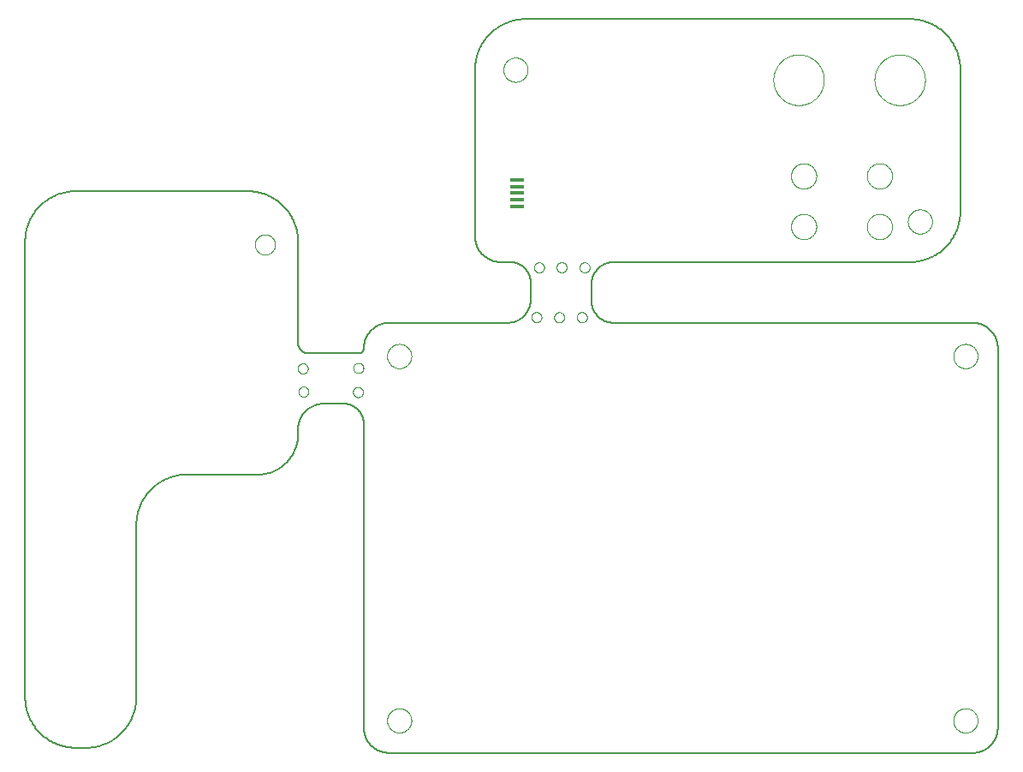
<source format=gtp>
G75*
%MOIN*%
%OFA0B0*%
%FSLAX25Y25*%
%IPPOS*%
%LPD*%
%AMOC8*
5,1,8,0,0,1.08239X$1,22.5*
%
%ADD10C,0.00000*%
%ADD11C,0.00600*%
%ADD12R,0.05512X0.01575*%
D10*
X0173741Y0078859D02*
X0173743Y0078996D01*
X0173749Y0079134D01*
X0173759Y0079271D01*
X0173773Y0079407D01*
X0173791Y0079544D01*
X0173813Y0079679D01*
X0173839Y0079814D01*
X0173868Y0079948D01*
X0173902Y0080082D01*
X0173939Y0080214D01*
X0173981Y0080345D01*
X0174026Y0080475D01*
X0174075Y0080603D01*
X0174127Y0080730D01*
X0174184Y0080855D01*
X0174243Y0080979D01*
X0174307Y0081101D01*
X0174374Y0081221D01*
X0174444Y0081339D01*
X0174518Y0081455D01*
X0174595Y0081569D01*
X0174676Y0081680D01*
X0174759Y0081789D01*
X0174846Y0081896D01*
X0174936Y0081999D01*
X0175029Y0082101D01*
X0175125Y0082199D01*
X0175223Y0082295D01*
X0175325Y0082388D01*
X0175428Y0082478D01*
X0175535Y0082565D01*
X0175644Y0082648D01*
X0175755Y0082729D01*
X0175869Y0082806D01*
X0175985Y0082880D01*
X0176103Y0082950D01*
X0176223Y0083017D01*
X0176345Y0083081D01*
X0176469Y0083140D01*
X0176594Y0083197D01*
X0176721Y0083249D01*
X0176849Y0083298D01*
X0176979Y0083343D01*
X0177110Y0083385D01*
X0177242Y0083422D01*
X0177376Y0083456D01*
X0177510Y0083485D01*
X0177645Y0083511D01*
X0177780Y0083533D01*
X0177917Y0083551D01*
X0178053Y0083565D01*
X0178190Y0083575D01*
X0178328Y0083581D01*
X0178465Y0083583D01*
X0178602Y0083581D01*
X0178740Y0083575D01*
X0178877Y0083565D01*
X0179013Y0083551D01*
X0179150Y0083533D01*
X0179285Y0083511D01*
X0179420Y0083485D01*
X0179554Y0083456D01*
X0179688Y0083422D01*
X0179820Y0083385D01*
X0179951Y0083343D01*
X0180081Y0083298D01*
X0180209Y0083249D01*
X0180336Y0083197D01*
X0180461Y0083140D01*
X0180585Y0083081D01*
X0180707Y0083017D01*
X0180827Y0082950D01*
X0180945Y0082880D01*
X0181061Y0082806D01*
X0181175Y0082729D01*
X0181286Y0082648D01*
X0181395Y0082565D01*
X0181502Y0082478D01*
X0181605Y0082388D01*
X0181707Y0082295D01*
X0181805Y0082199D01*
X0181901Y0082101D01*
X0181994Y0081999D01*
X0182084Y0081896D01*
X0182171Y0081789D01*
X0182254Y0081680D01*
X0182335Y0081569D01*
X0182412Y0081455D01*
X0182486Y0081339D01*
X0182556Y0081221D01*
X0182623Y0081101D01*
X0182687Y0080979D01*
X0182746Y0080855D01*
X0182803Y0080730D01*
X0182855Y0080603D01*
X0182904Y0080475D01*
X0182949Y0080345D01*
X0182991Y0080214D01*
X0183028Y0080082D01*
X0183062Y0079948D01*
X0183091Y0079814D01*
X0183117Y0079679D01*
X0183139Y0079544D01*
X0183157Y0079407D01*
X0183171Y0079271D01*
X0183181Y0079134D01*
X0183187Y0078996D01*
X0183189Y0078859D01*
X0183187Y0078722D01*
X0183181Y0078584D01*
X0183171Y0078447D01*
X0183157Y0078311D01*
X0183139Y0078174D01*
X0183117Y0078039D01*
X0183091Y0077904D01*
X0183062Y0077770D01*
X0183028Y0077636D01*
X0182991Y0077504D01*
X0182949Y0077373D01*
X0182904Y0077243D01*
X0182855Y0077115D01*
X0182803Y0076988D01*
X0182746Y0076863D01*
X0182687Y0076739D01*
X0182623Y0076617D01*
X0182556Y0076497D01*
X0182486Y0076379D01*
X0182412Y0076263D01*
X0182335Y0076149D01*
X0182254Y0076038D01*
X0182171Y0075929D01*
X0182084Y0075822D01*
X0181994Y0075719D01*
X0181901Y0075617D01*
X0181805Y0075519D01*
X0181707Y0075423D01*
X0181605Y0075330D01*
X0181502Y0075240D01*
X0181395Y0075153D01*
X0181286Y0075070D01*
X0181175Y0074989D01*
X0181061Y0074912D01*
X0180945Y0074838D01*
X0180827Y0074768D01*
X0180707Y0074701D01*
X0180585Y0074637D01*
X0180461Y0074578D01*
X0180336Y0074521D01*
X0180209Y0074469D01*
X0180081Y0074420D01*
X0179951Y0074375D01*
X0179820Y0074333D01*
X0179688Y0074296D01*
X0179554Y0074262D01*
X0179420Y0074233D01*
X0179285Y0074207D01*
X0179150Y0074185D01*
X0179013Y0074167D01*
X0178877Y0074153D01*
X0178740Y0074143D01*
X0178602Y0074137D01*
X0178465Y0074135D01*
X0178328Y0074137D01*
X0178190Y0074143D01*
X0178053Y0074153D01*
X0177917Y0074167D01*
X0177780Y0074185D01*
X0177645Y0074207D01*
X0177510Y0074233D01*
X0177376Y0074262D01*
X0177242Y0074296D01*
X0177110Y0074333D01*
X0176979Y0074375D01*
X0176849Y0074420D01*
X0176721Y0074469D01*
X0176594Y0074521D01*
X0176469Y0074578D01*
X0176345Y0074637D01*
X0176223Y0074701D01*
X0176103Y0074768D01*
X0175985Y0074838D01*
X0175869Y0074912D01*
X0175755Y0074989D01*
X0175644Y0075070D01*
X0175535Y0075153D01*
X0175428Y0075240D01*
X0175325Y0075330D01*
X0175223Y0075423D01*
X0175125Y0075519D01*
X0175029Y0075617D01*
X0174936Y0075719D01*
X0174846Y0075822D01*
X0174759Y0075929D01*
X0174676Y0076038D01*
X0174595Y0076149D01*
X0174518Y0076263D01*
X0174444Y0076379D01*
X0174374Y0076497D01*
X0174307Y0076617D01*
X0174243Y0076739D01*
X0174184Y0076863D01*
X0174127Y0076988D01*
X0174075Y0077115D01*
X0174026Y0077243D01*
X0173981Y0077373D01*
X0173939Y0077504D01*
X0173902Y0077636D01*
X0173868Y0077770D01*
X0173839Y0077904D01*
X0173813Y0078039D01*
X0173791Y0078174D01*
X0173773Y0078311D01*
X0173759Y0078447D01*
X0173749Y0078584D01*
X0173743Y0078722D01*
X0173741Y0078859D01*
X0160446Y0206581D02*
X0160448Y0206669D01*
X0160454Y0206757D01*
X0160464Y0206845D01*
X0160478Y0206933D01*
X0160495Y0207019D01*
X0160517Y0207105D01*
X0160542Y0207189D01*
X0160572Y0207273D01*
X0160604Y0207355D01*
X0160641Y0207435D01*
X0160681Y0207514D01*
X0160725Y0207591D01*
X0160772Y0207666D01*
X0160822Y0207738D01*
X0160876Y0207809D01*
X0160932Y0207876D01*
X0160992Y0207942D01*
X0161054Y0208004D01*
X0161120Y0208064D01*
X0161187Y0208120D01*
X0161258Y0208174D01*
X0161330Y0208224D01*
X0161405Y0208271D01*
X0161482Y0208315D01*
X0161561Y0208355D01*
X0161641Y0208392D01*
X0161723Y0208424D01*
X0161807Y0208454D01*
X0161891Y0208479D01*
X0161977Y0208501D01*
X0162063Y0208518D01*
X0162151Y0208532D01*
X0162239Y0208542D01*
X0162327Y0208548D01*
X0162415Y0208550D01*
X0162503Y0208548D01*
X0162591Y0208542D01*
X0162679Y0208532D01*
X0162767Y0208518D01*
X0162853Y0208501D01*
X0162939Y0208479D01*
X0163023Y0208454D01*
X0163107Y0208424D01*
X0163189Y0208392D01*
X0163269Y0208355D01*
X0163348Y0208315D01*
X0163425Y0208271D01*
X0163500Y0208224D01*
X0163572Y0208174D01*
X0163643Y0208120D01*
X0163710Y0208064D01*
X0163776Y0208004D01*
X0163838Y0207942D01*
X0163898Y0207876D01*
X0163954Y0207809D01*
X0164008Y0207738D01*
X0164058Y0207666D01*
X0164105Y0207591D01*
X0164149Y0207514D01*
X0164189Y0207435D01*
X0164226Y0207355D01*
X0164258Y0207273D01*
X0164288Y0207189D01*
X0164313Y0207105D01*
X0164335Y0207019D01*
X0164352Y0206933D01*
X0164366Y0206845D01*
X0164376Y0206757D01*
X0164382Y0206669D01*
X0164384Y0206581D01*
X0164382Y0206493D01*
X0164376Y0206405D01*
X0164366Y0206317D01*
X0164352Y0206229D01*
X0164335Y0206143D01*
X0164313Y0206057D01*
X0164288Y0205973D01*
X0164258Y0205889D01*
X0164226Y0205807D01*
X0164189Y0205727D01*
X0164149Y0205648D01*
X0164105Y0205571D01*
X0164058Y0205496D01*
X0164008Y0205424D01*
X0163954Y0205353D01*
X0163898Y0205286D01*
X0163838Y0205220D01*
X0163776Y0205158D01*
X0163710Y0205098D01*
X0163643Y0205042D01*
X0163572Y0204988D01*
X0163500Y0204938D01*
X0163425Y0204891D01*
X0163348Y0204847D01*
X0163269Y0204807D01*
X0163189Y0204770D01*
X0163107Y0204738D01*
X0163023Y0204708D01*
X0162939Y0204683D01*
X0162853Y0204661D01*
X0162767Y0204644D01*
X0162679Y0204630D01*
X0162591Y0204620D01*
X0162503Y0204614D01*
X0162415Y0204612D01*
X0162327Y0204614D01*
X0162239Y0204620D01*
X0162151Y0204630D01*
X0162063Y0204644D01*
X0161977Y0204661D01*
X0161891Y0204683D01*
X0161807Y0204708D01*
X0161723Y0204738D01*
X0161641Y0204770D01*
X0161561Y0204807D01*
X0161482Y0204847D01*
X0161405Y0204891D01*
X0161330Y0204938D01*
X0161258Y0204988D01*
X0161187Y0205042D01*
X0161120Y0205098D01*
X0161054Y0205158D01*
X0160992Y0205220D01*
X0160932Y0205286D01*
X0160876Y0205353D01*
X0160822Y0205424D01*
X0160772Y0205496D01*
X0160725Y0205571D01*
X0160681Y0205648D01*
X0160641Y0205727D01*
X0160604Y0205807D01*
X0160572Y0205889D01*
X0160542Y0205973D01*
X0160517Y0206057D01*
X0160495Y0206143D01*
X0160478Y0206229D01*
X0160464Y0206317D01*
X0160454Y0206405D01*
X0160448Y0206493D01*
X0160446Y0206581D01*
X0160574Y0215967D02*
X0160576Y0216055D01*
X0160582Y0216143D01*
X0160592Y0216231D01*
X0160606Y0216319D01*
X0160623Y0216405D01*
X0160645Y0216491D01*
X0160670Y0216575D01*
X0160700Y0216659D01*
X0160732Y0216741D01*
X0160769Y0216821D01*
X0160809Y0216900D01*
X0160853Y0216977D01*
X0160900Y0217052D01*
X0160950Y0217124D01*
X0161004Y0217195D01*
X0161060Y0217262D01*
X0161120Y0217328D01*
X0161182Y0217390D01*
X0161248Y0217450D01*
X0161315Y0217506D01*
X0161386Y0217560D01*
X0161458Y0217610D01*
X0161533Y0217657D01*
X0161610Y0217701D01*
X0161689Y0217741D01*
X0161769Y0217778D01*
X0161851Y0217810D01*
X0161935Y0217840D01*
X0162019Y0217865D01*
X0162105Y0217887D01*
X0162191Y0217904D01*
X0162279Y0217918D01*
X0162367Y0217928D01*
X0162455Y0217934D01*
X0162543Y0217936D01*
X0162631Y0217934D01*
X0162719Y0217928D01*
X0162807Y0217918D01*
X0162895Y0217904D01*
X0162981Y0217887D01*
X0163067Y0217865D01*
X0163151Y0217840D01*
X0163235Y0217810D01*
X0163317Y0217778D01*
X0163397Y0217741D01*
X0163476Y0217701D01*
X0163553Y0217657D01*
X0163628Y0217610D01*
X0163700Y0217560D01*
X0163771Y0217506D01*
X0163838Y0217450D01*
X0163904Y0217390D01*
X0163966Y0217328D01*
X0164026Y0217262D01*
X0164082Y0217195D01*
X0164136Y0217124D01*
X0164186Y0217052D01*
X0164233Y0216977D01*
X0164277Y0216900D01*
X0164317Y0216821D01*
X0164354Y0216741D01*
X0164386Y0216659D01*
X0164416Y0216575D01*
X0164441Y0216491D01*
X0164463Y0216405D01*
X0164480Y0216319D01*
X0164494Y0216231D01*
X0164504Y0216143D01*
X0164510Y0216055D01*
X0164512Y0215967D01*
X0164510Y0215879D01*
X0164504Y0215791D01*
X0164494Y0215703D01*
X0164480Y0215615D01*
X0164463Y0215529D01*
X0164441Y0215443D01*
X0164416Y0215359D01*
X0164386Y0215275D01*
X0164354Y0215193D01*
X0164317Y0215113D01*
X0164277Y0215034D01*
X0164233Y0214957D01*
X0164186Y0214882D01*
X0164136Y0214810D01*
X0164082Y0214739D01*
X0164026Y0214672D01*
X0163966Y0214606D01*
X0163904Y0214544D01*
X0163838Y0214484D01*
X0163771Y0214428D01*
X0163700Y0214374D01*
X0163628Y0214324D01*
X0163553Y0214277D01*
X0163476Y0214233D01*
X0163397Y0214193D01*
X0163317Y0214156D01*
X0163235Y0214124D01*
X0163151Y0214094D01*
X0163067Y0214069D01*
X0162981Y0214047D01*
X0162895Y0214030D01*
X0162807Y0214016D01*
X0162719Y0214006D01*
X0162631Y0214000D01*
X0162543Y0213998D01*
X0162455Y0214000D01*
X0162367Y0214006D01*
X0162279Y0214016D01*
X0162191Y0214030D01*
X0162105Y0214047D01*
X0162019Y0214069D01*
X0161935Y0214094D01*
X0161851Y0214124D01*
X0161769Y0214156D01*
X0161689Y0214193D01*
X0161610Y0214233D01*
X0161533Y0214277D01*
X0161458Y0214324D01*
X0161386Y0214374D01*
X0161315Y0214428D01*
X0161248Y0214484D01*
X0161182Y0214544D01*
X0161120Y0214606D01*
X0161060Y0214672D01*
X0161004Y0214739D01*
X0160950Y0214810D01*
X0160900Y0214882D01*
X0160853Y0214957D01*
X0160809Y0215034D01*
X0160769Y0215113D01*
X0160732Y0215193D01*
X0160700Y0215275D01*
X0160670Y0215359D01*
X0160645Y0215443D01*
X0160623Y0215529D01*
X0160606Y0215615D01*
X0160592Y0215703D01*
X0160582Y0215791D01*
X0160576Y0215879D01*
X0160574Y0215967D01*
X0173741Y0220591D02*
X0173743Y0220728D01*
X0173749Y0220866D01*
X0173759Y0221003D01*
X0173773Y0221139D01*
X0173791Y0221276D01*
X0173813Y0221411D01*
X0173839Y0221546D01*
X0173868Y0221680D01*
X0173902Y0221814D01*
X0173939Y0221946D01*
X0173981Y0222077D01*
X0174026Y0222207D01*
X0174075Y0222335D01*
X0174127Y0222462D01*
X0174184Y0222587D01*
X0174243Y0222711D01*
X0174307Y0222833D01*
X0174374Y0222953D01*
X0174444Y0223071D01*
X0174518Y0223187D01*
X0174595Y0223301D01*
X0174676Y0223412D01*
X0174759Y0223521D01*
X0174846Y0223628D01*
X0174936Y0223731D01*
X0175029Y0223833D01*
X0175125Y0223931D01*
X0175223Y0224027D01*
X0175325Y0224120D01*
X0175428Y0224210D01*
X0175535Y0224297D01*
X0175644Y0224380D01*
X0175755Y0224461D01*
X0175869Y0224538D01*
X0175985Y0224612D01*
X0176103Y0224682D01*
X0176223Y0224749D01*
X0176345Y0224813D01*
X0176469Y0224872D01*
X0176594Y0224929D01*
X0176721Y0224981D01*
X0176849Y0225030D01*
X0176979Y0225075D01*
X0177110Y0225117D01*
X0177242Y0225154D01*
X0177376Y0225188D01*
X0177510Y0225217D01*
X0177645Y0225243D01*
X0177780Y0225265D01*
X0177917Y0225283D01*
X0178053Y0225297D01*
X0178190Y0225307D01*
X0178328Y0225313D01*
X0178465Y0225315D01*
X0178602Y0225313D01*
X0178740Y0225307D01*
X0178877Y0225297D01*
X0179013Y0225283D01*
X0179150Y0225265D01*
X0179285Y0225243D01*
X0179420Y0225217D01*
X0179554Y0225188D01*
X0179688Y0225154D01*
X0179820Y0225117D01*
X0179951Y0225075D01*
X0180081Y0225030D01*
X0180209Y0224981D01*
X0180336Y0224929D01*
X0180461Y0224872D01*
X0180585Y0224813D01*
X0180707Y0224749D01*
X0180827Y0224682D01*
X0180945Y0224612D01*
X0181061Y0224538D01*
X0181175Y0224461D01*
X0181286Y0224380D01*
X0181395Y0224297D01*
X0181502Y0224210D01*
X0181605Y0224120D01*
X0181707Y0224027D01*
X0181805Y0223931D01*
X0181901Y0223833D01*
X0181994Y0223731D01*
X0182084Y0223628D01*
X0182171Y0223521D01*
X0182254Y0223412D01*
X0182335Y0223301D01*
X0182412Y0223187D01*
X0182486Y0223071D01*
X0182556Y0222953D01*
X0182623Y0222833D01*
X0182687Y0222711D01*
X0182746Y0222587D01*
X0182803Y0222462D01*
X0182855Y0222335D01*
X0182904Y0222207D01*
X0182949Y0222077D01*
X0182991Y0221946D01*
X0183028Y0221814D01*
X0183062Y0221680D01*
X0183091Y0221546D01*
X0183117Y0221411D01*
X0183139Y0221276D01*
X0183157Y0221139D01*
X0183171Y0221003D01*
X0183181Y0220866D01*
X0183187Y0220728D01*
X0183189Y0220591D01*
X0183187Y0220454D01*
X0183181Y0220316D01*
X0183171Y0220179D01*
X0183157Y0220043D01*
X0183139Y0219906D01*
X0183117Y0219771D01*
X0183091Y0219636D01*
X0183062Y0219502D01*
X0183028Y0219368D01*
X0182991Y0219236D01*
X0182949Y0219105D01*
X0182904Y0218975D01*
X0182855Y0218847D01*
X0182803Y0218720D01*
X0182746Y0218595D01*
X0182687Y0218471D01*
X0182623Y0218349D01*
X0182556Y0218229D01*
X0182486Y0218111D01*
X0182412Y0217995D01*
X0182335Y0217881D01*
X0182254Y0217770D01*
X0182171Y0217661D01*
X0182084Y0217554D01*
X0181994Y0217451D01*
X0181901Y0217349D01*
X0181805Y0217251D01*
X0181707Y0217155D01*
X0181605Y0217062D01*
X0181502Y0216972D01*
X0181395Y0216885D01*
X0181286Y0216802D01*
X0181175Y0216721D01*
X0181061Y0216644D01*
X0180945Y0216570D01*
X0180827Y0216500D01*
X0180707Y0216433D01*
X0180585Y0216369D01*
X0180461Y0216310D01*
X0180336Y0216253D01*
X0180209Y0216201D01*
X0180081Y0216152D01*
X0179951Y0216107D01*
X0179820Y0216065D01*
X0179688Y0216028D01*
X0179554Y0215994D01*
X0179420Y0215965D01*
X0179285Y0215939D01*
X0179150Y0215917D01*
X0179013Y0215899D01*
X0178877Y0215885D01*
X0178740Y0215875D01*
X0178602Y0215869D01*
X0178465Y0215867D01*
X0178328Y0215869D01*
X0178190Y0215875D01*
X0178053Y0215885D01*
X0177917Y0215899D01*
X0177780Y0215917D01*
X0177645Y0215939D01*
X0177510Y0215965D01*
X0177376Y0215994D01*
X0177242Y0216028D01*
X0177110Y0216065D01*
X0176979Y0216107D01*
X0176849Y0216152D01*
X0176721Y0216201D01*
X0176594Y0216253D01*
X0176469Y0216310D01*
X0176345Y0216369D01*
X0176223Y0216433D01*
X0176103Y0216500D01*
X0175985Y0216570D01*
X0175869Y0216644D01*
X0175755Y0216721D01*
X0175644Y0216802D01*
X0175535Y0216885D01*
X0175428Y0216972D01*
X0175325Y0217062D01*
X0175223Y0217155D01*
X0175125Y0217251D01*
X0175029Y0217349D01*
X0174936Y0217451D01*
X0174846Y0217554D01*
X0174759Y0217661D01*
X0174676Y0217770D01*
X0174595Y0217881D01*
X0174518Y0217995D01*
X0174444Y0218111D01*
X0174374Y0218229D01*
X0174307Y0218349D01*
X0174243Y0218471D01*
X0174184Y0218595D01*
X0174127Y0218720D01*
X0174075Y0218847D01*
X0174026Y0218975D01*
X0173981Y0219105D01*
X0173939Y0219236D01*
X0173902Y0219368D01*
X0173868Y0219502D01*
X0173839Y0219636D01*
X0173813Y0219771D01*
X0173791Y0219906D01*
X0173773Y0220043D01*
X0173759Y0220179D01*
X0173749Y0220316D01*
X0173743Y0220454D01*
X0173741Y0220591D01*
X0138939Y0215776D02*
X0138941Y0215864D01*
X0138947Y0215952D01*
X0138957Y0216040D01*
X0138971Y0216128D01*
X0138988Y0216214D01*
X0139010Y0216300D01*
X0139035Y0216384D01*
X0139065Y0216468D01*
X0139097Y0216550D01*
X0139134Y0216630D01*
X0139174Y0216709D01*
X0139218Y0216786D01*
X0139265Y0216861D01*
X0139315Y0216933D01*
X0139369Y0217004D01*
X0139425Y0217071D01*
X0139485Y0217137D01*
X0139547Y0217199D01*
X0139613Y0217259D01*
X0139680Y0217315D01*
X0139751Y0217369D01*
X0139823Y0217419D01*
X0139898Y0217466D01*
X0139975Y0217510D01*
X0140054Y0217550D01*
X0140134Y0217587D01*
X0140216Y0217619D01*
X0140300Y0217649D01*
X0140384Y0217674D01*
X0140470Y0217696D01*
X0140556Y0217713D01*
X0140644Y0217727D01*
X0140732Y0217737D01*
X0140820Y0217743D01*
X0140908Y0217745D01*
X0140996Y0217743D01*
X0141084Y0217737D01*
X0141172Y0217727D01*
X0141260Y0217713D01*
X0141346Y0217696D01*
X0141432Y0217674D01*
X0141516Y0217649D01*
X0141600Y0217619D01*
X0141682Y0217587D01*
X0141762Y0217550D01*
X0141841Y0217510D01*
X0141918Y0217466D01*
X0141993Y0217419D01*
X0142065Y0217369D01*
X0142136Y0217315D01*
X0142203Y0217259D01*
X0142269Y0217199D01*
X0142331Y0217137D01*
X0142391Y0217071D01*
X0142447Y0217004D01*
X0142501Y0216933D01*
X0142551Y0216861D01*
X0142598Y0216786D01*
X0142642Y0216709D01*
X0142682Y0216630D01*
X0142719Y0216550D01*
X0142751Y0216468D01*
X0142781Y0216384D01*
X0142806Y0216300D01*
X0142828Y0216214D01*
X0142845Y0216128D01*
X0142859Y0216040D01*
X0142869Y0215952D01*
X0142875Y0215864D01*
X0142877Y0215776D01*
X0142875Y0215688D01*
X0142869Y0215600D01*
X0142859Y0215512D01*
X0142845Y0215424D01*
X0142828Y0215338D01*
X0142806Y0215252D01*
X0142781Y0215168D01*
X0142751Y0215084D01*
X0142719Y0215002D01*
X0142682Y0214922D01*
X0142642Y0214843D01*
X0142598Y0214766D01*
X0142551Y0214691D01*
X0142501Y0214619D01*
X0142447Y0214548D01*
X0142391Y0214481D01*
X0142331Y0214415D01*
X0142269Y0214353D01*
X0142203Y0214293D01*
X0142136Y0214237D01*
X0142065Y0214183D01*
X0141993Y0214133D01*
X0141918Y0214086D01*
X0141841Y0214042D01*
X0141762Y0214002D01*
X0141682Y0213965D01*
X0141600Y0213933D01*
X0141516Y0213903D01*
X0141432Y0213878D01*
X0141346Y0213856D01*
X0141260Y0213839D01*
X0141172Y0213825D01*
X0141084Y0213815D01*
X0140996Y0213809D01*
X0140908Y0213807D01*
X0140820Y0213809D01*
X0140732Y0213815D01*
X0140644Y0213825D01*
X0140556Y0213839D01*
X0140470Y0213856D01*
X0140384Y0213878D01*
X0140300Y0213903D01*
X0140216Y0213933D01*
X0140134Y0213965D01*
X0140054Y0214002D01*
X0139975Y0214042D01*
X0139898Y0214086D01*
X0139823Y0214133D01*
X0139751Y0214183D01*
X0139680Y0214237D01*
X0139613Y0214293D01*
X0139547Y0214353D01*
X0139485Y0214415D01*
X0139425Y0214481D01*
X0139369Y0214548D01*
X0139315Y0214619D01*
X0139265Y0214691D01*
X0139218Y0214766D01*
X0139174Y0214843D01*
X0139134Y0214922D01*
X0139097Y0215002D01*
X0139065Y0215084D01*
X0139035Y0215168D01*
X0139010Y0215252D01*
X0138988Y0215338D01*
X0138971Y0215424D01*
X0138957Y0215512D01*
X0138947Y0215600D01*
X0138941Y0215688D01*
X0138939Y0215776D01*
X0139194Y0206773D02*
X0139196Y0206861D01*
X0139202Y0206949D01*
X0139212Y0207037D01*
X0139226Y0207125D01*
X0139243Y0207211D01*
X0139265Y0207297D01*
X0139290Y0207381D01*
X0139320Y0207465D01*
X0139352Y0207547D01*
X0139389Y0207627D01*
X0139429Y0207706D01*
X0139473Y0207783D01*
X0139520Y0207858D01*
X0139570Y0207930D01*
X0139624Y0208001D01*
X0139680Y0208068D01*
X0139740Y0208134D01*
X0139802Y0208196D01*
X0139868Y0208256D01*
X0139935Y0208312D01*
X0140006Y0208366D01*
X0140078Y0208416D01*
X0140153Y0208463D01*
X0140230Y0208507D01*
X0140309Y0208547D01*
X0140389Y0208584D01*
X0140471Y0208616D01*
X0140555Y0208646D01*
X0140639Y0208671D01*
X0140725Y0208693D01*
X0140811Y0208710D01*
X0140899Y0208724D01*
X0140987Y0208734D01*
X0141075Y0208740D01*
X0141163Y0208742D01*
X0141251Y0208740D01*
X0141339Y0208734D01*
X0141427Y0208724D01*
X0141515Y0208710D01*
X0141601Y0208693D01*
X0141687Y0208671D01*
X0141771Y0208646D01*
X0141855Y0208616D01*
X0141937Y0208584D01*
X0142017Y0208547D01*
X0142096Y0208507D01*
X0142173Y0208463D01*
X0142248Y0208416D01*
X0142320Y0208366D01*
X0142391Y0208312D01*
X0142458Y0208256D01*
X0142524Y0208196D01*
X0142586Y0208134D01*
X0142646Y0208068D01*
X0142702Y0208001D01*
X0142756Y0207930D01*
X0142806Y0207858D01*
X0142853Y0207783D01*
X0142897Y0207706D01*
X0142937Y0207627D01*
X0142974Y0207547D01*
X0143006Y0207465D01*
X0143036Y0207381D01*
X0143061Y0207297D01*
X0143083Y0207211D01*
X0143100Y0207125D01*
X0143114Y0207037D01*
X0143124Y0206949D01*
X0143130Y0206861D01*
X0143132Y0206773D01*
X0143130Y0206685D01*
X0143124Y0206597D01*
X0143114Y0206509D01*
X0143100Y0206421D01*
X0143083Y0206335D01*
X0143061Y0206249D01*
X0143036Y0206165D01*
X0143006Y0206081D01*
X0142974Y0205999D01*
X0142937Y0205919D01*
X0142897Y0205840D01*
X0142853Y0205763D01*
X0142806Y0205688D01*
X0142756Y0205616D01*
X0142702Y0205545D01*
X0142646Y0205478D01*
X0142586Y0205412D01*
X0142524Y0205350D01*
X0142458Y0205290D01*
X0142391Y0205234D01*
X0142320Y0205180D01*
X0142248Y0205130D01*
X0142173Y0205083D01*
X0142096Y0205039D01*
X0142017Y0204999D01*
X0141937Y0204962D01*
X0141855Y0204930D01*
X0141771Y0204900D01*
X0141687Y0204875D01*
X0141601Y0204853D01*
X0141515Y0204836D01*
X0141427Y0204822D01*
X0141339Y0204812D01*
X0141251Y0204806D01*
X0141163Y0204804D01*
X0141075Y0204806D01*
X0140987Y0204812D01*
X0140899Y0204822D01*
X0140811Y0204836D01*
X0140725Y0204853D01*
X0140639Y0204875D01*
X0140555Y0204900D01*
X0140471Y0204930D01*
X0140389Y0204962D01*
X0140309Y0204999D01*
X0140230Y0205039D01*
X0140153Y0205083D01*
X0140078Y0205130D01*
X0140006Y0205180D01*
X0139935Y0205234D01*
X0139868Y0205290D01*
X0139802Y0205350D01*
X0139740Y0205412D01*
X0139680Y0205478D01*
X0139624Y0205545D01*
X0139570Y0205616D01*
X0139520Y0205688D01*
X0139473Y0205763D01*
X0139429Y0205840D01*
X0139389Y0205919D01*
X0139352Y0205999D01*
X0139320Y0206081D01*
X0139290Y0206165D01*
X0139265Y0206249D01*
X0139243Y0206335D01*
X0139226Y0206421D01*
X0139212Y0206509D01*
X0139202Y0206597D01*
X0139196Y0206685D01*
X0139194Y0206773D01*
X0122259Y0264014D02*
X0122261Y0264139D01*
X0122267Y0264264D01*
X0122277Y0264388D01*
X0122291Y0264512D01*
X0122308Y0264636D01*
X0122330Y0264759D01*
X0122356Y0264881D01*
X0122385Y0265003D01*
X0122418Y0265123D01*
X0122456Y0265242D01*
X0122496Y0265361D01*
X0122541Y0265477D01*
X0122589Y0265592D01*
X0122641Y0265706D01*
X0122697Y0265818D01*
X0122756Y0265928D01*
X0122818Y0266036D01*
X0122884Y0266143D01*
X0122953Y0266247D01*
X0123026Y0266348D01*
X0123101Y0266448D01*
X0123180Y0266545D01*
X0123262Y0266639D01*
X0123347Y0266731D01*
X0123434Y0266820D01*
X0123525Y0266906D01*
X0123618Y0266989D01*
X0123714Y0267070D01*
X0123812Y0267147D01*
X0123912Y0267221D01*
X0124015Y0267292D01*
X0124120Y0267359D01*
X0124228Y0267424D01*
X0124337Y0267484D01*
X0124448Y0267542D01*
X0124561Y0267595D01*
X0124675Y0267645D01*
X0124791Y0267692D01*
X0124908Y0267734D01*
X0125027Y0267773D01*
X0125147Y0267809D01*
X0125268Y0267840D01*
X0125390Y0267868D01*
X0125512Y0267891D01*
X0125636Y0267911D01*
X0125760Y0267927D01*
X0125884Y0267939D01*
X0126009Y0267947D01*
X0126134Y0267951D01*
X0126258Y0267951D01*
X0126383Y0267947D01*
X0126508Y0267939D01*
X0126632Y0267927D01*
X0126756Y0267911D01*
X0126880Y0267891D01*
X0127002Y0267868D01*
X0127124Y0267840D01*
X0127245Y0267809D01*
X0127365Y0267773D01*
X0127484Y0267734D01*
X0127601Y0267692D01*
X0127717Y0267645D01*
X0127831Y0267595D01*
X0127944Y0267542D01*
X0128055Y0267484D01*
X0128165Y0267424D01*
X0128272Y0267359D01*
X0128377Y0267292D01*
X0128480Y0267221D01*
X0128580Y0267147D01*
X0128678Y0267070D01*
X0128774Y0266989D01*
X0128867Y0266906D01*
X0128958Y0266820D01*
X0129045Y0266731D01*
X0129130Y0266639D01*
X0129212Y0266545D01*
X0129291Y0266448D01*
X0129366Y0266348D01*
X0129439Y0266247D01*
X0129508Y0266143D01*
X0129574Y0266036D01*
X0129636Y0265928D01*
X0129695Y0265818D01*
X0129751Y0265706D01*
X0129803Y0265592D01*
X0129851Y0265477D01*
X0129896Y0265361D01*
X0129936Y0265242D01*
X0129974Y0265123D01*
X0130007Y0265003D01*
X0130036Y0264881D01*
X0130062Y0264759D01*
X0130084Y0264636D01*
X0130101Y0264512D01*
X0130115Y0264388D01*
X0130125Y0264264D01*
X0130131Y0264139D01*
X0130133Y0264014D01*
X0130131Y0263889D01*
X0130125Y0263764D01*
X0130115Y0263640D01*
X0130101Y0263516D01*
X0130084Y0263392D01*
X0130062Y0263269D01*
X0130036Y0263147D01*
X0130007Y0263025D01*
X0129974Y0262905D01*
X0129936Y0262786D01*
X0129896Y0262667D01*
X0129851Y0262551D01*
X0129803Y0262436D01*
X0129751Y0262322D01*
X0129695Y0262210D01*
X0129636Y0262100D01*
X0129574Y0261992D01*
X0129508Y0261885D01*
X0129439Y0261781D01*
X0129366Y0261680D01*
X0129291Y0261580D01*
X0129212Y0261483D01*
X0129130Y0261389D01*
X0129045Y0261297D01*
X0128958Y0261208D01*
X0128867Y0261122D01*
X0128774Y0261039D01*
X0128678Y0260958D01*
X0128580Y0260881D01*
X0128480Y0260807D01*
X0128377Y0260736D01*
X0128272Y0260669D01*
X0128164Y0260604D01*
X0128055Y0260544D01*
X0127944Y0260486D01*
X0127831Y0260433D01*
X0127717Y0260383D01*
X0127601Y0260336D01*
X0127484Y0260294D01*
X0127365Y0260255D01*
X0127245Y0260219D01*
X0127124Y0260188D01*
X0127002Y0260160D01*
X0126880Y0260137D01*
X0126756Y0260117D01*
X0126632Y0260101D01*
X0126508Y0260089D01*
X0126383Y0260081D01*
X0126258Y0260077D01*
X0126134Y0260077D01*
X0126009Y0260081D01*
X0125884Y0260089D01*
X0125760Y0260101D01*
X0125636Y0260117D01*
X0125512Y0260137D01*
X0125390Y0260160D01*
X0125268Y0260188D01*
X0125147Y0260219D01*
X0125027Y0260255D01*
X0124908Y0260294D01*
X0124791Y0260336D01*
X0124675Y0260383D01*
X0124561Y0260433D01*
X0124448Y0260486D01*
X0124337Y0260544D01*
X0124227Y0260604D01*
X0124120Y0260669D01*
X0124015Y0260736D01*
X0123912Y0260807D01*
X0123812Y0260881D01*
X0123714Y0260958D01*
X0123618Y0261039D01*
X0123525Y0261122D01*
X0123434Y0261208D01*
X0123347Y0261297D01*
X0123262Y0261389D01*
X0123180Y0261483D01*
X0123101Y0261580D01*
X0123026Y0261680D01*
X0122953Y0261781D01*
X0122884Y0261885D01*
X0122818Y0261992D01*
X0122756Y0262100D01*
X0122697Y0262210D01*
X0122641Y0262322D01*
X0122589Y0262436D01*
X0122541Y0262551D01*
X0122496Y0262667D01*
X0122456Y0262786D01*
X0122418Y0262905D01*
X0122385Y0263025D01*
X0122356Y0263147D01*
X0122330Y0263269D01*
X0122308Y0263392D01*
X0122291Y0263516D01*
X0122277Y0263640D01*
X0122267Y0263764D01*
X0122261Y0263889D01*
X0122259Y0264014D01*
X0219017Y0332009D02*
X0219019Y0332146D01*
X0219025Y0332284D01*
X0219035Y0332421D01*
X0219049Y0332557D01*
X0219067Y0332694D01*
X0219089Y0332829D01*
X0219115Y0332964D01*
X0219144Y0333098D01*
X0219178Y0333232D01*
X0219215Y0333364D01*
X0219257Y0333495D01*
X0219302Y0333625D01*
X0219351Y0333753D01*
X0219403Y0333880D01*
X0219460Y0334005D01*
X0219519Y0334129D01*
X0219583Y0334251D01*
X0219650Y0334371D01*
X0219720Y0334489D01*
X0219794Y0334605D01*
X0219871Y0334719D01*
X0219952Y0334830D01*
X0220035Y0334939D01*
X0220122Y0335046D01*
X0220212Y0335149D01*
X0220305Y0335251D01*
X0220401Y0335349D01*
X0220499Y0335445D01*
X0220601Y0335538D01*
X0220704Y0335628D01*
X0220811Y0335715D01*
X0220920Y0335798D01*
X0221031Y0335879D01*
X0221145Y0335956D01*
X0221261Y0336030D01*
X0221379Y0336100D01*
X0221499Y0336167D01*
X0221621Y0336231D01*
X0221745Y0336290D01*
X0221870Y0336347D01*
X0221997Y0336399D01*
X0222125Y0336448D01*
X0222255Y0336493D01*
X0222386Y0336535D01*
X0222518Y0336572D01*
X0222652Y0336606D01*
X0222786Y0336635D01*
X0222921Y0336661D01*
X0223056Y0336683D01*
X0223193Y0336701D01*
X0223329Y0336715D01*
X0223466Y0336725D01*
X0223604Y0336731D01*
X0223741Y0336733D01*
X0223878Y0336731D01*
X0224016Y0336725D01*
X0224153Y0336715D01*
X0224289Y0336701D01*
X0224426Y0336683D01*
X0224561Y0336661D01*
X0224696Y0336635D01*
X0224830Y0336606D01*
X0224964Y0336572D01*
X0225096Y0336535D01*
X0225227Y0336493D01*
X0225357Y0336448D01*
X0225485Y0336399D01*
X0225612Y0336347D01*
X0225737Y0336290D01*
X0225861Y0336231D01*
X0225983Y0336167D01*
X0226103Y0336100D01*
X0226221Y0336030D01*
X0226337Y0335956D01*
X0226451Y0335879D01*
X0226562Y0335798D01*
X0226671Y0335715D01*
X0226778Y0335628D01*
X0226881Y0335538D01*
X0226983Y0335445D01*
X0227081Y0335349D01*
X0227177Y0335251D01*
X0227270Y0335149D01*
X0227360Y0335046D01*
X0227447Y0334939D01*
X0227530Y0334830D01*
X0227611Y0334719D01*
X0227688Y0334605D01*
X0227762Y0334489D01*
X0227832Y0334371D01*
X0227899Y0334251D01*
X0227963Y0334129D01*
X0228022Y0334005D01*
X0228079Y0333880D01*
X0228131Y0333753D01*
X0228180Y0333625D01*
X0228225Y0333495D01*
X0228267Y0333364D01*
X0228304Y0333232D01*
X0228338Y0333098D01*
X0228367Y0332964D01*
X0228393Y0332829D01*
X0228415Y0332694D01*
X0228433Y0332557D01*
X0228447Y0332421D01*
X0228457Y0332284D01*
X0228463Y0332146D01*
X0228465Y0332009D01*
X0228463Y0331872D01*
X0228457Y0331734D01*
X0228447Y0331597D01*
X0228433Y0331461D01*
X0228415Y0331324D01*
X0228393Y0331189D01*
X0228367Y0331054D01*
X0228338Y0330920D01*
X0228304Y0330786D01*
X0228267Y0330654D01*
X0228225Y0330523D01*
X0228180Y0330393D01*
X0228131Y0330265D01*
X0228079Y0330138D01*
X0228022Y0330013D01*
X0227963Y0329889D01*
X0227899Y0329767D01*
X0227832Y0329647D01*
X0227762Y0329529D01*
X0227688Y0329413D01*
X0227611Y0329299D01*
X0227530Y0329188D01*
X0227447Y0329079D01*
X0227360Y0328972D01*
X0227270Y0328869D01*
X0227177Y0328767D01*
X0227081Y0328669D01*
X0226983Y0328573D01*
X0226881Y0328480D01*
X0226778Y0328390D01*
X0226671Y0328303D01*
X0226562Y0328220D01*
X0226451Y0328139D01*
X0226337Y0328062D01*
X0226221Y0327988D01*
X0226103Y0327918D01*
X0225983Y0327851D01*
X0225861Y0327787D01*
X0225737Y0327728D01*
X0225612Y0327671D01*
X0225485Y0327619D01*
X0225357Y0327570D01*
X0225227Y0327525D01*
X0225096Y0327483D01*
X0224964Y0327446D01*
X0224830Y0327412D01*
X0224696Y0327383D01*
X0224561Y0327357D01*
X0224426Y0327335D01*
X0224289Y0327317D01*
X0224153Y0327303D01*
X0224016Y0327293D01*
X0223878Y0327287D01*
X0223741Y0327285D01*
X0223604Y0327287D01*
X0223466Y0327293D01*
X0223329Y0327303D01*
X0223193Y0327317D01*
X0223056Y0327335D01*
X0222921Y0327357D01*
X0222786Y0327383D01*
X0222652Y0327412D01*
X0222518Y0327446D01*
X0222386Y0327483D01*
X0222255Y0327525D01*
X0222125Y0327570D01*
X0221997Y0327619D01*
X0221870Y0327671D01*
X0221745Y0327728D01*
X0221621Y0327787D01*
X0221499Y0327851D01*
X0221379Y0327918D01*
X0221261Y0327988D01*
X0221145Y0328062D01*
X0221031Y0328139D01*
X0220920Y0328220D01*
X0220811Y0328303D01*
X0220704Y0328390D01*
X0220601Y0328480D01*
X0220499Y0328573D01*
X0220401Y0328669D01*
X0220305Y0328767D01*
X0220212Y0328869D01*
X0220122Y0328972D01*
X0220035Y0329079D01*
X0219952Y0329188D01*
X0219871Y0329299D01*
X0219794Y0329413D01*
X0219720Y0329529D01*
X0219650Y0329647D01*
X0219583Y0329767D01*
X0219519Y0329889D01*
X0219460Y0330013D01*
X0219403Y0330138D01*
X0219351Y0330265D01*
X0219302Y0330393D01*
X0219257Y0330523D01*
X0219215Y0330654D01*
X0219178Y0330786D01*
X0219144Y0330920D01*
X0219115Y0331054D01*
X0219089Y0331189D01*
X0219067Y0331324D01*
X0219049Y0331461D01*
X0219035Y0331597D01*
X0219025Y0331734D01*
X0219019Y0331872D01*
X0219017Y0332009D01*
X0230945Y0255094D02*
X0230947Y0255182D01*
X0230953Y0255270D01*
X0230963Y0255358D01*
X0230977Y0255446D01*
X0230994Y0255532D01*
X0231016Y0255618D01*
X0231041Y0255702D01*
X0231071Y0255786D01*
X0231103Y0255868D01*
X0231140Y0255948D01*
X0231180Y0256027D01*
X0231224Y0256104D01*
X0231271Y0256179D01*
X0231321Y0256251D01*
X0231375Y0256322D01*
X0231431Y0256389D01*
X0231491Y0256455D01*
X0231553Y0256517D01*
X0231619Y0256577D01*
X0231686Y0256633D01*
X0231757Y0256687D01*
X0231829Y0256737D01*
X0231904Y0256784D01*
X0231981Y0256828D01*
X0232060Y0256868D01*
X0232140Y0256905D01*
X0232222Y0256937D01*
X0232306Y0256967D01*
X0232390Y0256992D01*
X0232476Y0257014D01*
X0232562Y0257031D01*
X0232650Y0257045D01*
X0232738Y0257055D01*
X0232826Y0257061D01*
X0232914Y0257063D01*
X0233002Y0257061D01*
X0233090Y0257055D01*
X0233178Y0257045D01*
X0233266Y0257031D01*
X0233352Y0257014D01*
X0233438Y0256992D01*
X0233522Y0256967D01*
X0233606Y0256937D01*
X0233688Y0256905D01*
X0233768Y0256868D01*
X0233847Y0256828D01*
X0233924Y0256784D01*
X0233999Y0256737D01*
X0234071Y0256687D01*
X0234142Y0256633D01*
X0234209Y0256577D01*
X0234275Y0256517D01*
X0234337Y0256455D01*
X0234397Y0256389D01*
X0234453Y0256322D01*
X0234507Y0256251D01*
X0234557Y0256179D01*
X0234604Y0256104D01*
X0234648Y0256027D01*
X0234688Y0255948D01*
X0234725Y0255868D01*
X0234757Y0255786D01*
X0234787Y0255702D01*
X0234812Y0255618D01*
X0234834Y0255532D01*
X0234851Y0255446D01*
X0234865Y0255358D01*
X0234875Y0255270D01*
X0234881Y0255182D01*
X0234883Y0255094D01*
X0234881Y0255006D01*
X0234875Y0254918D01*
X0234865Y0254830D01*
X0234851Y0254742D01*
X0234834Y0254656D01*
X0234812Y0254570D01*
X0234787Y0254486D01*
X0234757Y0254402D01*
X0234725Y0254320D01*
X0234688Y0254240D01*
X0234648Y0254161D01*
X0234604Y0254084D01*
X0234557Y0254009D01*
X0234507Y0253937D01*
X0234453Y0253866D01*
X0234397Y0253799D01*
X0234337Y0253733D01*
X0234275Y0253671D01*
X0234209Y0253611D01*
X0234142Y0253555D01*
X0234071Y0253501D01*
X0233999Y0253451D01*
X0233924Y0253404D01*
X0233847Y0253360D01*
X0233768Y0253320D01*
X0233688Y0253283D01*
X0233606Y0253251D01*
X0233522Y0253221D01*
X0233438Y0253196D01*
X0233352Y0253174D01*
X0233266Y0253157D01*
X0233178Y0253143D01*
X0233090Y0253133D01*
X0233002Y0253127D01*
X0232914Y0253125D01*
X0232826Y0253127D01*
X0232738Y0253133D01*
X0232650Y0253143D01*
X0232562Y0253157D01*
X0232476Y0253174D01*
X0232390Y0253196D01*
X0232306Y0253221D01*
X0232222Y0253251D01*
X0232140Y0253283D01*
X0232060Y0253320D01*
X0231981Y0253360D01*
X0231904Y0253404D01*
X0231829Y0253451D01*
X0231757Y0253501D01*
X0231686Y0253555D01*
X0231619Y0253611D01*
X0231553Y0253671D01*
X0231491Y0253733D01*
X0231431Y0253799D01*
X0231375Y0253866D01*
X0231321Y0253937D01*
X0231271Y0254009D01*
X0231224Y0254084D01*
X0231180Y0254161D01*
X0231140Y0254240D01*
X0231103Y0254320D01*
X0231071Y0254402D01*
X0231041Y0254486D01*
X0231016Y0254570D01*
X0230994Y0254656D01*
X0230977Y0254742D01*
X0230963Y0254830D01*
X0230953Y0254918D01*
X0230947Y0255006D01*
X0230945Y0255094D01*
X0239714Y0255154D02*
X0239716Y0255242D01*
X0239722Y0255330D01*
X0239732Y0255418D01*
X0239746Y0255506D01*
X0239763Y0255592D01*
X0239785Y0255678D01*
X0239810Y0255762D01*
X0239840Y0255846D01*
X0239872Y0255928D01*
X0239909Y0256008D01*
X0239949Y0256087D01*
X0239993Y0256164D01*
X0240040Y0256239D01*
X0240090Y0256311D01*
X0240144Y0256382D01*
X0240200Y0256449D01*
X0240260Y0256515D01*
X0240322Y0256577D01*
X0240388Y0256637D01*
X0240455Y0256693D01*
X0240526Y0256747D01*
X0240598Y0256797D01*
X0240673Y0256844D01*
X0240750Y0256888D01*
X0240829Y0256928D01*
X0240909Y0256965D01*
X0240991Y0256997D01*
X0241075Y0257027D01*
X0241159Y0257052D01*
X0241245Y0257074D01*
X0241331Y0257091D01*
X0241419Y0257105D01*
X0241507Y0257115D01*
X0241595Y0257121D01*
X0241683Y0257123D01*
X0241771Y0257121D01*
X0241859Y0257115D01*
X0241947Y0257105D01*
X0242035Y0257091D01*
X0242121Y0257074D01*
X0242207Y0257052D01*
X0242291Y0257027D01*
X0242375Y0256997D01*
X0242457Y0256965D01*
X0242537Y0256928D01*
X0242616Y0256888D01*
X0242693Y0256844D01*
X0242768Y0256797D01*
X0242840Y0256747D01*
X0242911Y0256693D01*
X0242978Y0256637D01*
X0243044Y0256577D01*
X0243106Y0256515D01*
X0243166Y0256449D01*
X0243222Y0256382D01*
X0243276Y0256311D01*
X0243326Y0256239D01*
X0243373Y0256164D01*
X0243417Y0256087D01*
X0243457Y0256008D01*
X0243494Y0255928D01*
X0243526Y0255846D01*
X0243556Y0255762D01*
X0243581Y0255678D01*
X0243603Y0255592D01*
X0243620Y0255506D01*
X0243634Y0255418D01*
X0243644Y0255330D01*
X0243650Y0255242D01*
X0243652Y0255154D01*
X0243650Y0255066D01*
X0243644Y0254978D01*
X0243634Y0254890D01*
X0243620Y0254802D01*
X0243603Y0254716D01*
X0243581Y0254630D01*
X0243556Y0254546D01*
X0243526Y0254462D01*
X0243494Y0254380D01*
X0243457Y0254300D01*
X0243417Y0254221D01*
X0243373Y0254144D01*
X0243326Y0254069D01*
X0243276Y0253997D01*
X0243222Y0253926D01*
X0243166Y0253859D01*
X0243106Y0253793D01*
X0243044Y0253731D01*
X0242978Y0253671D01*
X0242911Y0253615D01*
X0242840Y0253561D01*
X0242768Y0253511D01*
X0242693Y0253464D01*
X0242616Y0253420D01*
X0242537Y0253380D01*
X0242457Y0253343D01*
X0242375Y0253311D01*
X0242291Y0253281D01*
X0242207Y0253256D01*
X0242121Y0253234D01*
X0242035Y0253217D01*
X0241947Y0253203D01*
X0241859Y0253193D01*
X0241771Y0253187D01*
X0241683Y0253185D01*
X0241595Y0253187D01*
X0241507Y0253193D01*
X0241419Y0253203D01*
X0241331Y0253217D01*
X0241245Y0253234D01*
X0241159Y0253256D01*
X0241075Y0253281D01*
X0240991Y0253311D01*
X0240909Y0253343D01*
X0240829Y0253380D01*
X0240750Y0253420D01*
X0240673Y0253464D01*
X0240598Y0253511D01*
X0240526Y0253561D01*
X0240455Y0253615D01*
X0240388Y0253671D01*
X0240322Y0253731D01*
X0240260Y0253793D01*
X0240200Y0253859D01*
X0240144Y0253926D01*
X0240090Y0253997D01*
X0240040Y0254069D01*
X0239993Y0254144D01*
X0239949Y0254221D01*
X0239909Y0254300D01*
X0239872Y0254380D01*
X0239840Y0254462D01*
X0239810Y0254546D01*
X0239785Y0254630D01*
X0239763Y0254716D01*
X0239746Y0254802D01*
X0239732Y0254890D01*
X0239722Y0254978D01*
X0239716Y0255066D01*
X0239714Y0255154D01*
X0248661Y0255094D02*
X0248663Y0255182D01*
X0248669Y0255270D01*
X0248679Y0255358D01*
X0248693Y0255446D01*
X0248710Y0255532D01*
X0248732Y0255618D01*
X0248757Y0255702D01*
X0248787Y0255786D01*
X0248819Y0255868D01*
X0248856Y0255948D01*
X0248896Y0256027D01*
X0248940Y0256104D01*
X0248987Y0256179D01*
X0249037Y0256251D01*
X0249091Y0256322D01*
X0249147Y0256389D01*
X0249207Y0256455D01*
X0249269Y0256517D01*
X0249335Y0256577D01*
X0249402Y0256633D01*
X0249473Y0256687D01*
X0249545Y0256737D01*
X0249620Y0256784D01*
X0249697Y0256828D01*
X0249776Y0256868D01*
X0249856Y0256905D01*
X0249938Y0256937D01*
X0250022Y0256967D01*
X0250106Y0256992D01*
X0250192Y0257014D01*
X0250278Y0257031D01*
X0250366Y0257045D01*
X0250454Y0257055D01*
X0250542Y0257061D01*
X0250630Y0257063D01*
X0250718Y0257061D01*
X0250806Y0257055D01*
X0250894Y0257045D01*
X0250982Y0257031D01*
X0251068Y0257014D01*
X0251154Y0256992D01*
X0251238Y0256967D01*
X0251322Y0256937D01*
X0251404Y0256905D01*
X0251484Y0256868D01*
X0251563Y0256828D01*
X0251640Y0256784D01*
X0251715Y0256737D01*
X0251787Y0256687D01*
X0251858Y0256633D01*
X0251925Y0256577D01*
X0251991Y0256517D01*
X0252053Y0256455D01*
X0252113Y0256389D01*
X0252169Y0256322D01*
X0252223Y0256251D01*
X0252273Y0256179D01*
X0252320Y0256104D01*
X0252364Y0256027D01*
X0252404Y0255948D01*
X0252441Y0255868D01*
X0252473Y0255786D01*
X0252503Y0255702D01*
X0252528Y0255618D01*
X0252550Y0255532D01*
X0252567Y0255446D01*
X0252581Y0255358D01*
X0252591Y0255270D01*
X0252597Y0255182D01*
X0252599Y0255094D01*
X0252597Y0255006D01*
X0252591Y0254918D01*
X0252581Y0254830D01*
X0252567Y0254742D01*
X0252550Y0254656D01*
X0252528Y0254570D01*
X0252503Y0254486D01*
X0252473Y0254402D01*
X0252441Y0254320D01*
X0252404Y0254240D01*
X0252364Y0254161D01*
X0252320Y0254084D01*
X0252273Y0254009D01*
X0252223Y0253937D01*
X0252169Y0253866D01*
X0252113Y0253799D01*
X0252053Y0253733D01*
X0251991Y0253671D01*
X0251925Y0253611D01*
X0251858Y0253555D01*
X0251787Y0253501D01*
X0251715Y0253451D01*
X0251640Y0253404D01*
X0251563Y0253360D01*
X0251484Y0253320D01*
X0251404Y0253283D01*
X0251322Y0253251D01*
X0251238Y0253221D01*
X0251154Y0253196D01*
X0251068Y0253174D01*
X0250982Y0253157D01*
X0250894Y0253143D01*
X0250806Y0253133D01*
X0250718Y0253127D01*
X0250630Y0253125D01*
X0250542Y0253127D01*
X0250454Y0253133D01*
X0250366Y0253143D01*
X0250278Y0253157D01*
X0250192Y0253174D01*
X0250106Y0253196D01*
X0250022Y0253221D01*
X0249938Y0253251D01*
X0249856Y0253283D01*
X0249776Y0253320D01*
X0249697Y0253360D01*
X0249620Y0253404D01*
X0249545Y0253451D01*
X0249473Y0253501D01*
X0249402Y0253555D01*
X0249335Y0253611D01*
X0249269Y0253671D01*
X0249207Y0253733D01*
X0249147Y0253799D01*
X0249091Y0253866D01*
X0249037Y0253937D01*
X0248987Y0254009D01*
X0248940Y0254084D01*
X0248896Y0254161D01*
X0248856Y0254240D01*
X0248819Y0254320D01*
X0248787Y0254402D01*
X0248757Y0254486D01*
X0248732Y0254570D01*
X0248710Y0254656D01*
X0248693Y0254742D01*
X0248679Y0254830D01*
X0248669Y0254918D01*
X0248663Y0255006D01*
X0248661Y0255094D01*
X0247636Y0235732D02*
X0247638Y0235820D01*
X0247644Y0235908D01*
X0247654Y0235996D01*
X0247668Y0236084D01*
X0247685Y0236170D01*
X0247707Y0236256D01*
X0247732Y0236340D01*
X0247762Y0236424D01*
X0247794Y0236506D01*
X0247831Y0236586D01*
X0247871Y0236665D01*
X0247915Y0236742D01*
X0247962Y0236817D01*
X0248012Y0236889D01*
X0248066Y0236960D01*
X0248122Y0237027D01*
X0248182Y0237093D01*
X0248244Y0237155D01*
X0248310Y0237215D01*
X0248377Y0237271D01*
X0248448Y0237325D01*
X0248520Y0237375D01*
X0248595Y0237422D01*
X0248672Y0237466D01*
X0248751Y0237506D01*
X0248831Y0237543D01*
X0248913Y0237575D01*
X0248997Y0237605D01*
X0249081Y0237630D01*
X0249167Y0237652D01*
X0249253Y0237669D01*
X0249341Y0237683D01*
X0249429Y0237693D01*
X0249517Y0237699D01*
X0249605Y0237701D01*
X0249693Y0237699D01*
X0249781Y0237693D01*
X0249869Y0237683D01*
X0249957Y0237669D01*
X0250043Y0237652D01*
X0250129Y0237630D01*
X0250213Y0237605D01*
X0250297Y0237575D01*
X0250379Y0237543D01*
X0250459Y0237506D01*
X0250538Y0237466D01*
X0250615Y0237422D01*
X0250690Y0237375D01*
X0250762Y0237325D01*
X0250833Y0237271D01*
X0250900Y0237215D01*
X0250966Y0237155D01*
X0251028Y0237093D01*
X0251088Y0237027D01*
X0251144Y0236960D01*
X0251198Y0236889D01*
X0251248Y0236817D01*
X0251295Y0236742D01*
X0251339Y0236665D01*
X0251379Y0236586D01*
X0251416Y0236506D01*
X0251448Y0236424D01*
X0251478Y0236340D01*
X0251503Y0236256D01*
X0251525Y0236170D01*
X0251542Y0236084D01*
X0251556Y0235996D01*
X0251566Y0235908D01*
X0251572Y0235820D01*
X0251574Y0235732D01*
X0251572Y0235644D01*
X0251566Y0235556D01*
X0251556Y0235468D01*
X0251542Y0235380D01*
X0251525Y0235294D01*
X0251503Y0235208D01*
X0251478Y0235124D01*
X0251448Y0235040D01*
X0251416Y0234958D01*
X0251379Y0234878D01*
X0251339Y0234799D01*
X0251295Y0234722D01*
X0251248Y0234647D01*
X0251198Y0234575D01*
X0251144Y0234504D01*
X0251088Y0234437D01*
X0251028Y0234371D01*
X0250966Y0234309D01*
X0250900Y0234249D01*
X0250833Y0234193D01*
X0250762Y0234139D01*
X0250690Y0234089D01*
X0250615Y0234042D01*
X0250538Y0233998D01*
X0250459Y0233958D01*
X0250379Y0233921D01*
X0250297Y0233889D01*
X0250213Y0233859D01*
X0250129Y0233834D01*
X0250043Y0233812D01*
X0249957Y0233795D01*
X0249869Y0233781D01*
X0249781Y0233771D01*
X0249693Y0233765D01*
X0249605Y0233763D01*
X0249517Y0233765D01*
X0249429Y0233771D01*
X0249341Y0233781D01*
X0249253Y0233795D01*
X0249167Y0233812D01*
X0249081Y0233834D01*
X0248997Y0233859D01*
X0248913Y0233889D01*
X0248831Y0233921D01*
X0248751Y0233958D01*
X0248672Y0233998D01*
X0248595Y0234042D01*
X0248520Y0234089D01*
X0248448Y0234139D01*
X0248377Y0234193D01*
X0248310Y0234249D01*
X0248244Y0234309D01*
X0248182Y0234371D01*
X0248122Y0234437D01*
X0248066Y0234504D01*
X0248012Y0234575D01*
X0247962Y0234647D01*
X0247915Y0234722D01*
X0247871Y0234799D01*
X0247831Y0234878D01*
X0247794Y0234958D01*
X0247762Y0235040D01*
X0247732Y0235124D01*
X0247707Y0235208D01*
X0247685Y0235294D01*
X0247668Y0235380D01*
X0247654Y0235468D01*
X0247644Y0235556D01*
X0247638Y0235644D01*
X0247636Y0235732D01*
X0238781Y0235704D02*
X0238783Y0235792D01*
X0238789Y0235880D01*
X0238799Y0235968D01*
X0238813Y0236056D01*
X0238830Y0236142D01*
X0238852Y0236228D01*
X0238877Y0236312D01*
X0238907Y0236396D01*
X0238939Y0236478D01*
X0238976Y0236558D01*
X0239016Y0236637D01*
X0239060Y0236714D01*
X0239107Y0236789D01*
X0239157Y0236861D01*
X0239211Y0236932D01*
X0239267Y0236999D01*
X0239327Y0237065D01*
X0239389Y0237127D01*
X0239455Y0237187D01*
X0239522Y0237243D01*
X0239593Y0237297D01*
X0239665Y0237347D01*
X0239740Y0237394D01*
X0239817Y0237438D01*
X0239896Y0237478D01*
X0239976Y0237515D01*
X0240058Y0237547D01*
X0240142Y0237577D01*
X0240226Y0237602D01*
X0240312Y0237624D01*
X0240398Y0237641D01*
X0240486Y0237655D01*
X0240574Y0237665D01*
X0240662Y0237671D01*
X0240750Y0237673D01*
X0240838Y0237671D01*
X0240926Y0237665D01*
X0241014Y0237655D01*
X0241102Y0237641D01*
X0241188Y0237624D01*
X0241274Y0237602D01*
X0241358Y0237577D01*
X0241442Y0237547D01*
X0241524Y0237515D01*
X0241604Y0237478D01*
X0241683Y0237438D01*
X0241760Y0237394D01*
X0241835Y0237347D01*
X0241907Y0237297D01*
X0241978Y0237243D01*
X0242045Y0237187D01*
X0242111Y0237127D01*
X0242173Y0237065D01*
X0242233Y0236999D01*
X0242289Y0236932D01*
X0242343Y0236861D01*
X0242393Y0236789D01*
X0242440Y0236714D01*
X0242484Y0236637D01*
X0242524Y0236558D01*
X0242561Y0236478D01*
X0242593Y0236396D01*
X0242623Y0236312D01*
X0242648Y0236228D01*
X0242670Y0236142D01*
X0242687Y0236056D01*
X0242701Y0235968D01*
X0242711Y0235880D01*
X0242717Y0235792D01*
X0242719Y0235704D01*
X0242717Y0235616D01*
X0242711Y0235528D01*
X0242701Y0235440D01*
X0242687Y0235352D01*
X0242670Y0235266D01*
X0242648Y0235180D01*
X0242623Y0235096D01*
X0242593Y0235012D01*
X0242561Y0234930D01*
X0242524Y0234850D01*
X0242484Y0234771D01*
X0242440Y0234694D01*
X0242393Y0234619D01*
X0242343Y0234547D01*
X0242289Y0234476D01*
X0242233Y0234409D01*
X0242173Y0234343D01*
X0242111Y0234281D01*
X0242045Y0234221D01*
X0241978Y0234165D01*
X0241907Y0234111D01*
X0241835Y0234061D01*
X0241760Y0234014D01*
X0241683Y0233970D01*
X0241604Y0233930D01*
X0241524Y0233893D01*
X0241442Y0233861D01*
X0241358Y0233831D01*
X0241274Y0233806D01*
X0241188Y0233784D01*
X0241102Y0233767D01*
X0241014Y0233753D01*
X0240926Y0233743D01*
X0240838Y0233737D01*
X0240750Y0233735D01*
X0240662Y0233737D01*
X0240574Y0233743D01*
X0240486Y0233753D01*
X0240398Y0233767D01*
X0240312Y0233784D01*
X0240226Y0233806D01*
X0240142Y0233831D01*
X0240058Y0233861D01*
X0239976Y0233893D01*
X0239896Y0233930D01*
X0239817Y0233970D01*
X0239740Y0234014D01*
X0239665Y0234061D01*
X0239593Y0234111D01*
X0239522Y0234165D01*
X0239455Y0234221D01*
X0239389Y0234281D01*
X0239327Y0234343D01*
X0239267Y0234409D01*
X0239211Y0234476D01*
X0239157Y0234547D01*
X0239107Y0234619D01*
X0239060Y0234694D01*
X0239016Y0234771D01*
X0238976Y0234850D01*
X0238939Y0234930D01*
X0238907Y0235012D01*
X0238877Y0235096D01*
X0238852Y0235180D01*
X0238830Y0235266D01*
X0238813Y0235352D01*
X0238799Y0235440D01*
X0238789Y0235528D01*
X0238783Y0235616D01*
X0238781Y0235704D01*
X0229919Y0235732D02*
X0229921Y0235820D01*
X0229927Y0235908D01*
X0229937Y0235996D01*
X0229951Y0236084D01*
X0229968Y0236170D01*
X0229990Y0236256D01*
X0230015Y0236340D01*
X0230045Y0236424D01*
X0230077Y0236506D01*
X0230114Y0236586D01*
X0230154Y0236665D01*
X0230198Y0236742D01*
X0230245Y0236817D01*
X0230295Y0236889D01*
X0230349Y0236960D01*
X0230405Y0237027D01*
X0230465Y0237093D01*
X0230527Y0237155D01*
X0230593Y0237215D01*
X0230660Y0237271D01*
X0230731Y0237325D01*
X0230803Y0237375D01*
X0230878Y0237422D01*
X0230955Y0237466D01*
X0231034Y0237506D01*
X0231114Y0237543D01*
X0231196Y0237575D01*
X0231280Y0237605D01*
X0231364Y0237630D01*
X0231450Y0237652D01*
X0231536Y0237669D01*
X0231624Y0237683D01*
X0231712Y0237693D01*
X0231800Y0237699D01*
X0231888Y0237701D01*
X0231976Y0237699D01*
X0232064Y0237693D01*
X0232152Y0237683D01*
X0232240Y0237669D01*
X0232326Y0237652D01*
X0232412Y0237630D01*
X0232496Y0237605D01*
X0232580Y0237575D01*
X0232662Y0237543D01*
X0232742Y0237506D01*
X0232821Y0237466D01*
X0232898Y0237422D01*
X0232973Y0237375D01*
X0233045Y0237325D01*
X0233116Y0237271D01*
X0233183Y0237215D01*
X0233249Y0237155D01*
X0233311Y0237093D01*
X0233371Y0237027D01*
X0233427Y0236960D01*
X0233481Y0236889D01*
X0233531Y0236817D01*
X0233578Y0236742D01*
X0233622Y0236665D01*
X0233662Y0236586D01*
X0233699Y0236506D01*
X0233731Y0236424D01*
X0233761Y0236340D01*
X0233786Y0236256D01*
X0233808Y0236170D01*
X0233825Y0236084D01*
X0233839Y0235996D01*
X0233849Y0235908D01*
X0233855Y0235820D01*
X0233857Y0235732D01*
X0233855Y0235644D01*
X0233849Y0235556D01*
X0233839Y0235468D01*
X0233825Y0235380D01*
X0233808Y0235294D01*
X0233786Y0235208D01*
X0233761Y0235124D01*
X0233731Y0235040D01*
X0233699Y0234958D01*
X0233662Y0234878D01*
X0233622Y0234799D01*
X0233578Y0234722D01*
X0233531Y0234647D01*
X0233481Y0234575D01*
X0233427Y0234504D01*
X0233371Y0234437D01*
X0233311Y0234371D01*
X0233249Y0234309D01*
X0233183Y0234249D01*
X0233116Y0234193D01*
X0233045Y0234139D01*
X0232973Y0234089D01*
X0232898Y0234042D01*
X0232821Y0233998D01*
X0232742Y0233958D01*
X0232662Y0233921D01*
X0232580Y0233889D01*
X0232496Y0233859D01*
X0232412Y0233834D01*
X0232326Y0233812D01*
X0232240Y0233795D01*
X0232152Y0233781D01*
X0232064Y0233771D01*
X0231976Y0233765D01*
X0231888Y0233763D01*
X0231800Y0233765D01*
X0231712Y0233771D01*
X0231624Y0233781D01*
X0231536Y0233795D01*
X0231450Y0233812D01*
X0231364Y0233834D01*
X0231280Y0233859D01*
X0231196Y0233889D01*
X0231114Y0233921D01*
X0231034Y0233958D01*
X0230955Y0233998D01*
X0230878Y0234042D01*
X0230803Y0234089D01*
X0230731Y0234139D01*
X0230660Y0234193D01*
X0230593Y0234249D01*
X0230527Y0234309D01*
X0230465Y0234371D01*
X0230405Y0234437D01*
X0230349Y0234504D01*
X0230295Y0234575D01*
X0230245Y0234647D01*
X0230198Y0234722D01*
X0230154Y0234799D01*
X0230114Y0234878D01*
X0230077Y0234958D01*
X0230045Y0235040D01*
X0230015Y0235124D01*
X0229990Y0235208D01*
X0229968Y0235294D01*
X0229951Y0235380D01*
X0229937Y0235468D01*
X0229927Y0235556D01*
X0229921Y0235644D01*
X0229919Y0235732D01*
X0331025Y0270985D02*
X0331027Y0271125D01*
X0331033Y0271265D01*
X0331043Y0271404D01*
X0331057Y0271543D01*
X0331075Y0271682D01*
X0331096Y0271820D01*
X0331122Y0271958D01*
X0331152Y0272095D01*
X0331185Y0272230D01*
X0331223Y0272365D01*
X0331264Y0272499D01*
X0331309Y0272632D01*
X0331357Y0272763D01*
X0331410Y0272892D01*
X0331466Y0273021D01*
X0331525Y0273147D01*
X0331589Y0273272D01*
X0331655Y0273395D01*
X0331726Y0273516D01*
X0331799Y0273635D01*
X0331876Y0273752D01*
X0331957Y0273866D01*
X0332040Y0273978D01*
X0332127Y0274088D01*
X0332217Y0274196D01*
X0332309Y0274300D01*
X0332405Y0274402D01*
X0332504Y0274502D01*
X0332605Y0274598D01*
X0332709Y0274692D01*
X0332816Y0274782D01*
X0332925Y0274869D01*
X0333037Y0274954D01*
X0333151Y0275035D01*
X0333267Y0275113D01*
X0333385Y0275187D01*
X0333506Y0275258D01*
X0333628Y0275326D01*
X0333753Y0275390D01*
X0333879Y0275451D01*
X0334006Y0275508D01*
X0334136Y0275561D01*
X0334267Y0275611D01*
X0334399Y0275656D01*
X0334532Y0275699D01*
X0334667Y0275737D01*
X0334802Y0275771D01*
X0334939Y0275802D01*
X0335076Y0275829D01*
X0335214Y0275851D01*
X0335353Y0275870D01*
X0335492Y0275885D01*
X0335631Y0275896D01*
X0335771Y0275903D01*
X0335911Y0275906D01*
X0336051Y0275905D01*
X0336191Y0275900D01*
X0336330Y0275891D01*
X0336470Y0275878D01*
X0336609Y0275861D01*
X0336747Y0275840D01*
X0336885Y0275816D01*
X0337022Y0275787D01*
X0337158Y0275755D01*
X0337293Y0275718D01*
X0337427Y0275678D01*
X0337560Y0275634D01*
X0337691Y0275586D01*
X0337821Y0275535D01*
X0337950Y0275480D01*
X0338077Y0275421D01*
X0338202Y0275358D01*
X0338325Y0275293D01*
X0338447Y0275223D01*
X0338566Y0275150D01*
X0338684Y0275074D01*
X0338799Y0274995D01*
X0338912Y0274912D01*
X0339022Y0274826D01*
X0339130Y0274737D01*
X0339235Y0274645D01*
X0339338Y0274550D01*
X0339438Y0274452D01*
X0339535Y0274352D01*
X0339629Y0274248D01*
X0339721Y0274142D01*
X0339809Y0274034D01*
X0339894Y0273923D01*
X0339976Y0273809D01*
X0340055Y0273693D01*
X0340130Y0273576D01*
X0340202Y0273456D01*
X0340270Y0273334D01*
X0340335Y0273210D01*
X0340397Y0273084D01*
X0340455Y0272957D01*
X0340509Y0272828D01*
X0340560Y0272697D01*
X0340606Y0272565D01*
X0340649Y0272432D01*
X0340689Y0272298D01*
X0340724Y0272163D01*
X0340756Y0272026D01*
X0340783Y0271889D01*
X0340807Y0271751D01*
X0340827Y0271613D01*
X0340843Y0271474D01*
X0340855Y0271334D01*
X0340863Y0271195D01*
X0340867Y0271055D01*
X0340867Y0270915D01*
X0340863Y0270775D01*
X0340855Y0270636D01*
X0340843Y0270496D01*
X0340827Y0270357D01*
X0340807Y0270219D01*
X0340783Y0270081D01*
X0340756Y0269944D01*
X0340724Y0269807D01*
X0340689Y0269672D01*
X0340649Y0269538D01*
X0340606Y0269405D01*
X0340560Y0269273D01*
X0340509Y0269142D01*
X0340455Y0269013D01*
X0340397Y0268886D01*
X0340335Y0268760D01*
X0340270Y0268636D01*
X0340202Y0268514D01*
X0340130Y0268394D01*
X0340055Y0268277D01*
X0339976Y0268161D01*
X0339894Y0268047D01*
X0339809Y0267936D01*
X0339721Y0267828D01*
X0339629Y0267722D01*
X0339535Y0267618D01*
X0339438Y0267518D01*
X0339338Y0267420D01*
X0339235Y0267325D01*
X0339130Y0267233D01*
X0339022Y0267144D01*
X0338912Y0267058D01*
X0338799Y0266975D01*
X0338684Y0266896D01*
X0338566Y0266820D01*
X0338447Y0266747D01*
X0338325Y0266677D01*
X0338202Y0266612D01*
X0338077Y0266549D01*
X0337950Y0266490D01*
X0337821Y0266435D01*
X0337691Y0266384D01*
X0337560Y0266336D01*
X0337427Y0266292D01*
X0337293Y0266252D01*
X0337158Y0266215D01*
X0337022Y0266183D01*
X0336885Y0266154D01*
X0336747Y0266130D01*
X0336609Y0266109D01*
X0336470Y0266092D01*
X0336330Y0266079D01*
X0336191Y0266070D01*
X0336051Y0266065D01*
X0335911Y0266064D01*
X0335771Y0266067D01*
X0335631Y0266074D01*
X0335492Y0266085D01*
X0335353Y0266100D01*
X0335214Y0266119D01*
X0335076Y0266141D01*
X0334939Y0266168D01*
X0334802Y0266199D01*
X0334667Y0266233D01*
X0334532Y0266271D01*
X0334399Y0266314D01*
X0334267Y0266359D01*
X0334136Y0266409D01*
X0334006Y0266462D01*
X0333879Y0266519D01*
X0333753Y0266580D01*
X0333628Y0266644D01*
X0333506Y0266712D01*
X0333385Y0266783D01*
X0333267Y0266857D01*
X0333151Y0266935D01*
X0333037Y0267016D01*
X0332925Y0267101D01*
X0332816Y0267188D01*
X0332709Y0267278D01*
X0332605Y0267372D01*
X0332504Y0267468D01*
X0332405Y0267568D01*
X0332309Y0267670D01*
X0332217Y0267774D01*
X0332127Y0267882D01*
X0332040Y0267992D01*
X0331957Y0268104D01*
X0331876Y0268218D01*
X0331799Y0268335D01*
X0331726Y0268454D01*
X0331655Y0268575D01*
X0331589Y0268698D01*
X0331525Y0268823D01*
X0331466Y0268949D01*
X0331410Y0269078D01*
X0331357Y0269207D01*
X0331309Y0269338D01*
X0331264Y0269471D01*
X0331223Y0269605D01*
X0331185Y0269740D01*
X0331152Y0269875D01*
X0331122Y0270012D01*
X0331096Y0270150D01*
X0331075Y0270288D01*
X0331057Y0270427D01*
X0331043Y0270566D01*
X0331033Y0270705D01*
X0331027Y0270845D01*
X0331025Y0270985D01*
X0331025Y0290670D02*
X0331027Y0290810D01*
X0331033Y0290950D01*
X0331043Y0291089D01*
X0331057Y0291228D01*
X0331075Y0291367D01*
X0331096Y0291505D01*
X0331122Y0291643D01*
X0331152Y0291780D01*
X0331185Y0291915D01*
X0331223Y0292050D01*
X0331264Y0292184D01*
X0331309Y0292317D01*
X0331357Y0292448D01*
X0331410Y0292577D01*
X0331466Y0292706D01*
X0331525Y0292832D01*
X0331589Y0292957D01*
X0331655Y0293080D01*
X0331726Y0293201D01*
X0331799Y0293320D01*
X0331876Y0293437D01*
X0331957Y0293551D01*
X0332040Y0293663D01*
X0332127Y0293773D01*
X0332217Y0293881D01*
X0332309Y0293985D01*
X0332405Y0294087D01*
X0332504Y0294187D01*
X0332605Y0294283D01*
X0332709Y0294377D01*
X0332816Y0294467D01*
X0332925Y0294554D01*
X0333037Y0294639D01*
X0333151Y0294720D01*
X0333267Y0294798D01*
X0333385Y0294872D01*
X0333506Y0294943D01*
X0333628Y0295011D01*
X0333753Y0295075D01*
X0333879Y0295136D01*
X0334006Y0295193D01*
X0334136Y0295246D01*
X0334267Y0295296D01*
X0334399Y0295341D01*
X0334532Y0295384D01*
X0334667Y0295422D01*
X0334802Y0295456D01*
X0334939Y0295487D01*
X0335076Y0295514D01*
X0335214Y0295536D01*
X0335353Y0295555D01*
X0335492Y0295570D01*
X0335631Y0295581D01*
X0335771Y0295588D01*
X0335911Y0295591D01*
X0336051Y0295590D01*
X0336191Y0295585D01*
X0336330Y0295576D01*
X0336470Y0295563D01*
X0336609Y0295546D01*
X0336747Y0295525D01*
X0336885Y0295501D01*
X0337022Y0295472D01*
X0337158Y0295440D01*
X0337293Y0295403D01*
X0337427Y0295363D01*
X0337560Y0295319D01*
X0337691Y0295271D01*
X0337821Y0295220D01*
X0337950Y0295165D01*
X0338077Y0295106D01*
X0338202Y0295043D01*
X0338325Y0294978D01*
X0338447Y0294908D01*
X0338566Y0294835D01*
X0338684Y0294759D01*
X0338799Y0294680D01*
X0338912Y0294597D01*
X0339022Y0294511D01*
X0339130Y0294422D01*
X0339235Y0294330D01*
X0339338Y0294235D01*
X0339438Y0294137D01*
X0339535Y0294037D01*
X0339629Y0293933D01*
X0339721Y0293827D01*
X0339809Y0293719D01*
X0339894Y0293608D01*
X0339976Y0293494D01*
X0340055Y0293378D01*
X0340130Y0293261D01*
X0340202Y0293141D01*
X0340270Y0293019D01*
X0340335Y0292895D01*
X0340397Y0292769D01*
X0340455Y0292642D01*
X0340509Y0292513D01*
X0340560Y0292382D01*
X0340606Y0292250D01*
X0340649Y0292117D01*
X0340689Y0291983D01*
X0340724Y0291848D01*
X0340756Y0291711D01*
X0340783Y0291574D01*
X0340807Y0291436D01*
X0340827Y0291298D01*
X0340843Y0291159D01*
X0340855Y0291019D01*
X0340863Y0290880D01*
X0340867Y0290740D01*
X0340867Y0290600D01*
X0340863Y0290460D01*
X0340855Y0290321D01*
X0340843Y0290181D01*
X0340827Y0290042D01*
X0340807Y0289904D01*
X0340783Y0289766D01*
X0340756Y0289629D01*
X0340724Y0289492D01*
X0340689Y0289357D01*
X0340649Y0289223D01*
X0340606Y0289090D01*
X0340560Y0288958D01*
X0340509Y0288827D01*
X0340455Y0288698D01*
X0340397Y0288571D01*
X0340335Y0288445D01*
X0340270Y0288321D01*
X0340202Y0288199D01*
X0340130Y0288079D01*
X0340055Y0287962D01*
X0339976Y0287846D01*
X0339894Y0287732D01*
X0339809Y0287621D01*
X0339721Y0287513D01*
X0339629Y0287407D01*
X0339535Y0287303D01*
X0339438Y0287203D01*
X0339338Y0287105D01*
X0339235Y0287010D01*
X0339130Y0286918D01*
X0339022Y0286829D01*
X0338912Y0286743D01*
X0338799Y0286660D01*
X0338684Y0286581D01*
X0338566Y0286505D01*
X0338447Y0286432D01*
X0338325Y0286362D01*
X0338202Y0286297D01*
X0338077Y0286234D01*
X0337950Y0286175D01*
X0337821Y0286120D01*
X0337691Y0286069D01*
X0337560Y0286021D01*
X0337427Y0285977D01*
X0337293Y0285937D01*
X0337158Y0285900D01*
X0337022Y0285868D01*
X0336885Y0285839D01*
X0336747Y0285815D01*
X0336609Y0285794D01*
X0336470Y0285777D01*
X0336330Y0285764D01*
X0336191Y0285755D01*
X0336051Y0285750D01*
X0335911Y0285749D01*
X0335771Y0285752D01*
X0335631Y0285759D01*
X0335492Y0285770D01*
X0335353Y0285785D01*
X0335214Y0285804D01*
X0335076Y0285826D01*
X0334939Y0285853D01*
X0334802Y0285884D01*
X0334667Y0285918D01*
X0334532Y0285956D01*
X0334399Y0285999D01*
X0334267Y0286044D01*
X0334136Y0286094D01*
X0334006Y0286147D01*
X0333879Y0286204D01*
X0333753Y0286265D01*
X0333628Y0286329D01*
X0333506Y0286397D01*
X0333385Y0286468D01*
X0333267Y0286542D01*
X0333151Y0286620D01*
X0333037Y0286701D01*
X0332925Y0286786D01*
X0332816Y0286873D01*
X0332709Y0286963D01*
X0332605Y0287057D01*
X0332504Y0287153D01*
X0332405Y0287253D01*
X0332309Y0287355D01*
X0332217Y0287459D01*
X0332127Y0287567D01*
X0332040Y0287677D01*
X0331957Y0287789D01*
X0331876Y0287903D01*
X0331799Y0288020D01*
X0331726Y0288139D01*
X0331655Y0288260D01*
X0331589Y0288383D01*
X0331525Y0288508D01*
X0331466Y0288634D01*
X0331410Y0288763D01*
X0331357Y0288892D01*
X0331309Y0289023D01*
X0331264Y0289156D01*
X0331223Y0289290D01*
X0331185Y0289425D01*
X0331152Y0289560D01*
X0331122Y0289697D01*
X0331096Y0289835D01*
X0331075Y0289973D01*
X0331057Y0290112D01*
X0331043Y0290251D01*
X0331033Y0290390D01*
X0331027Y0290530D01*
X0331025Y0290670D01*
X0360552Y0290670D02*
X0360554Y0290810D01*
X0360560Y0290950D01*
X0360570Y0291089D01*
X0360584Y0291228D01*
X0360602Y0291367D01*
X0360623Y0291505D01*
X0360649Y0291643D01*
X0360679Y0291780D01*
X0360712Y0291915D01*
X0360750Y0292050D01*
X0360791Y0292184D01*
X0360836Y0292317D01*
X0360884Y0292448D01*
X0360937Y0292577D01*
X0360993Y0292706D01*
X0361052Y0292832D01*
X0361116Y0292957D01*
X0361182Y0293080D01*
X0361253Y0293201D01*
X0361326Y0293320D01*
X0361403Y0293437D01*
X0361484Y0293551D01*
X0361567Y0293663D01*
X0361654Y0293773D01*
X0361744Y0293881D01*
X0361836Y0293985D01*
X0361932Y0294087D01*
X0362031Y0294187D01*
X0362132Y0294283D01*
X0362236Y0294377D01*
X0362343Y0294467D01*
X0362452Y0294554D01*
X0362564Y0294639D01*
X0362678Y0294720D01*
X0362794Y0294798D01*
X0362912Y0294872D01*
X0363033Y0294943D01*
X0363155Y0295011D01*
X0363280Y0295075D01*
X0363406Y0295136D01*
X0363533Y0295193D01*
X0363663Y0295246D01*
X0363794Y0295296D01*
X0363926Y0295341D01*
X0364059Y0295384D01*
X0364194Y0295422D01*
X0364329Y0295456D01*
X0364466Y0295487D01*
X0364603Y0295514D01*
X0364741Y0295536D01*
X0364880Y0295555D01*
X0365019Y0295570D01*
X0365158Y0295581D01*
X0365298Y0295588D01*
X0365438Y0295591D01*
X0365578Y0295590D01*
X0365718Y0295585D01*
X0365857Y0295576D01*
X0365997Y0295563D01*
X0366136Y0295546D01*
X0366274Y0295525D01*
X0366412Y0295501D01*
X0366549Y0295472D01*
X0366685Y0295440D01*
X0366820Y0295403D01*
X0366954Y0295363D01*
X0367087Y0295319D01*
X0367218Y0295271D01*
X0367348Y0295220D01*
X0367477Y0295165D01*
X0367604Y0295106D01*
X0367729Y0295043D01*
X0367852Y0294978D01*
X0367974Y0294908D01*
X0368093Y0294835D01*
X0368211Y0294759D01*
X0368326Y0294680D01*
X0368439Y0294597D01*
X0368549Y0294511D01*
X0368657Y0294422D01*
X0368762Y0294330D01*
X0368865Y0294235D01*
X0368965Y0294137D01*
X0369062Y0294037D01*
X0369156Y0293933D01*
X0369248Y0293827D01*
X0369336Y0293719D01*
X0369421Y0293608D01*
X0369503Y0293494D01*
X0369582Y0293378D01*
X0369657Y0293261D01*
X0369729Y0293141D01*
X0369797Y0293019D01*
X0369862Y0292895D01*
X0369924Y0292769D01*
X0369982Y0292642D01*
X0370036Y0292513D01*
X0370087Y0292382D01*
X0370133Y0292250D01*
X0370176Y0292117D01*
X0370216Y0291983D01*
X0370251Y0291848D01*
X0370283Y0291711D01*
X0370310Y0291574D01*
X0370334Y0291436D01*
X0370354Y0291298D01*
X0370370Y0291159D01*
X0370382Y0291019D01*
X0370390Y0290880D01*
X0370394Y0290740D01*
X0370394Y0290600D01*
X0370390Y0290460D01*
X0370382Y0290321D01*
X0370370Y0290181D01*
X0370354Y0290042D01*
X0370334Y0289904D01*
X0370310Y0289766D01*
X0370283Y0289629D01*
X0370251Y0289492D01*
X0370216Y0289357D01*
X0370176Y0289223D01*
X0370133Y0289090D01*
X0370087Y0288958D01*
X0370036Y0288827D01*
X0369982Y0288698D01*
X0369924Y0288571D01*
X0369862Y0288445D01*
X0369797Y0288321D01*
X0369729Y0288199D01*
X0369657Y0288079D01*
X0369582Y0287962D01*
X0369503Y0287846D01*
X0369421Y0287732D01*
X0369336Y0287621D01*
X0369248Y0287513D01*
X0369156Y0287407D01*
X0369062Y0287303D01*
X0368965Y0287203D01*
X0368865Y0287105D01*
X0368762Y0287010D01*
X0368657Y0286918D01*
X0368549Y0286829D01*
X0368439Y0286743D01*
X0368326Y0286660D01*
X0368211Y0286581D01*
X0368093Y0286505D01*
X0367974Y0286432D01*
X0367852Y0286362D01*
X0367729Y0286297D01*
X0367604Y0286234D01*
X0367477Y0286175D01*
X0367348Y0286120D01*
X0367218Y0286069D01*
X0367087Y0286021D01*
X0366954Y0285977D01*
X0366820Y0285937D01*
X0366685Y0285900D01*
X0366549Y0285868D01*
X0366412Y0285839D01*
X0366274Y0285815D01*
X0366136Y0285794D01*
X0365997Y0285777D01*
X0365857Y0285764D01*
X0365718Y0285755D01*
X0365578Y0285750D01*
X0365438Y0285749D01*
X0365298Y0285752D01*
X0365158Y0285759D01*
X0365019Y0285770D01*
X0364880Y0285785D01*
X0364741Y0285804D01*
X0364603Y0285826D01*
X0364466Y0285853D01*
X0364329Y0285884D01*
X0364194Y0285918D01*
X0364059Y0285956D01*
X0363926Y0285999D01*
X0363794Y0286044D01*
X0363663Y0286094D01*
X0363533Y0286147D01*
X0363406Y0286204D01*
X0363280Y0286265D01*
X0363155Y0286329D01*
X0363033Y0286397D01*
X0362912Y0286468D01*
X0362794Y0286542D01*
X0362678Y0286620D01*
X0362564Y0286701D01*
X0362452Y0286786D01*
X0362343Y0286873D01*
X0362236Y0286963D01*
X0362132Y0287057D01*
X0362031Y0287153D01*
X0361932Y0287253D01*
X0361836Y0287355D01*
X0361744Y0287459D01*
X0361654Y0287567D01*
X0361567Y0287677D01*
X0361484Y0287789D01*
X0361403Y0287903D01*
X0361326Y0288020D01*
X0361253Y0288139D01*
X0361182Y0288260D01*
X0361116Y0288383D01*
X0361052Y0288508D01*
X0360993Y0288634D01*
X0360937Y0288763D01*
X0360884Y0288892D01*
X0360836Y0289023D01*
X0360791Y0289156D01*
X0360750Y0289290D01*
X0360712Y0289425D01*
X0360679Y0289560D01*
X0360649Y0289697D01*
X0360623Y0289835D01*
X0360602Y0289973D01*
X0360584Y0290112D01*
X0360570Y0290251D01*
X0360560Y0290390D01*
X0360554Y0290530D01*
X0360552Y0290670D01*
X0360552Y0270985D02*
X0360554Y0271125D01*
X0360560Y0271265D01*
X0360570Y0271404D01*
X0360584Y0271543D01*
X0360602Y0271682D01*
X0360623Y0271820D01*
X0360649Y0271958D01*
X0360679Y0272095D01*
X0360712Y0272230D01*
X0360750Y0272365D01*
X0360791Y0272499D01*
X0360836Y0272632D01*
X0360884Y0272763D01*
X0360937Y0272892D01*
X0360993Y0273021D01*
X0361052Y0273147D01*
X0361116Y0273272D01*
X0361182Y0273395D01*
X0361253Y0273516D01*
X0361326Y0273635D01*
X0361403Y0273752D01*
X0361484Y0273866D01*
X0361567Y0273978D01*
X0361654Y0274088D01*
X0361744Y0274196D01*
X0361836Y0274300D01*
X0361932Y0274402D01*
X0362031Y0274502D01*
X0362132Y0274598D01*
X0362236Y0274692D01*
X0362343Y0274782D01*
X0362452Y0274869D01*
X0362564Y0274954D01*
X0362678Y0275035D01*
X0362794Y0275113D01*
X0362912Y0275187D01*
X0363033Y0275258D01*
X0363155Y0275326D01*
X0363280Y0275390D01*
X0363406Y0275451D01*
X0363533Y0275508D01*
X0363663Y0275561D01*
X0363794Y0275611D01*
X0363926Y0275656D01*
X0364059Y0275699D01*
X0364194Y0275737D01*
X0364329Y0275771D01*
X0364466Y0275802D01*
X0364603Y0275829D01*
X0364741Y0275851D01*
X0364880Y0275870D01*
X0365019Y0275885D01*
X0365158Y0275896D01*
X0365298Y0275903D01*
X0365438Y0275906D01*
X0365578Y0275905D01*
X0365718Y0275900D01*
X0365857Y0275891D01*
X0365997Y0275878D01*
X0366136Y0275861D01*
X0366274Y0275840D01*
X0366412Y0275816D01*
X0366549Y0275787D01*
X0366685Y0275755D01*
X0366820Y0275718D01*
X0366954Y0275678D01*
X0367087Y0275634D01*
X0367218Y0275586D01*
X0367348Y0275535D01*
X0367477Y0275480D01*
X0367604Y0275421D01*
X0367729Y0275358D01*
X0367852Y0275293D01*
X0367974Y0275223D01*
X0368093Y0275150D01*
X0368211Y0275074D01*
X0368326Y0274995D01*
X0368439Y0274912D01*
X0368549Y0274826D01*
X0368657Y0274737D01*
X0368762Y0274645D01*
X0368865Y0274550D01*
X0368965Y0274452D01*
X0369062Y0274352D01*
X0369156Y0274248D01*
X0369248Y0274142D01*
X0369336Y0274034D01*
X0369421Y0273923D01*
X0369503Y0273809D01*
X0369582Y0273693D01*
X0369657Y0273576D01*
X0369729Y0273456D01*
X0369797Y0273334D01*
X0369862Y0273210D01*
X0369924Y0273084D01*
X0369982Y0272957D01*
X0370036Y0272828D01*
X0370087Y0272697D01*
X0370133Y0272565D01*
X0370176Y0272432D01*
X0370216Y0272298D01*
X0370251Y0272163D01*
X0370283Y0272026D01*
X0370310Y0271889D01*
X0370334Y0271751D01*
X0370354Y0271613D01*
X0370370Y0271474D01*
X0370382Y0271334D01*
X0370390Y0271195D01*
X0370394Y0271055D01*
X0370394Y0270915D01*
X0370390Y0270775D01*
X0370382Y0270636D01*
X0370370Y0270496D01*
X0370354Y0270357D01*
X0370334Y0270219D01*
X0370310Y0270081D01*
X0370283Y0269944D01*
X0370251Y0269807D01*
X0370216Y0269672D01*
X0370176Y0269538D01*
X0370133Y0269405D01*
X0370087Y0269273D01*
X0370036Y0269142D01*
X0369982Y0269013D01*
X0369924Y0268886D01*
X0369862Y0268760D01*
X0369797Y0268636D01*
X0369729Y0268514D01*
X0369657Y0268394D01*
X0369582Y0268277D01*
X0369503Y0268161D01*
X0369421Y0268047D01*
X0369336Y0267936D01*
X0369248Y0267828D01*
X0369156Y0267722D01*
X0369062Y0267618D01*
X0368965Y0267518D01*
X0368865Y0267420D01*
X0368762Y0267325D01*
X0368657Y0267233D01*
X0368549Y0267144D01*
X0368439Y0267058D01*
X0368326Y0266975D01*
X0368211Y0266896D01*
X0368093Y0266820D01*
X0367974Y0266747D01*
X0367852Y0266677D01*
X0367729Y0266612D01*
X0367604Y0266549D01*
X0367477Y0266490D01*
X0367348Y0266435D01*
X0367218Y0266384D01*
X0367087Y0266336D01*
X0366954Y0266292D01*
X0366820Y0266252D01*
X0366685Y0266215D01*
X0366549Y0266183D01*
X0366412Y0266154D01*
X0366274Y0266130D01*
X0366136Y0266109D01*
X0365997Y0266092D01*
X0365857Y0266079D01*
X0365718Y0266070D01*
X0365578Y0266065D01*
X0365438Y0266064D01*
X0365298Y0266067D01*
X0365158Y0266074D01*
X0365019Y0266085D01*
X0364880Y0266100D01*
X0364741Y0266119D01*
X0364603Y0266141D01*
X0364466Y0266168D01*
X0364329Y0266199D01*
X0364194Y0266233D01*
X0364059Y0266271D01*
X0363926Y0266314D01*
X0363794Y0266359D01*
X0363663Y0266409D01*
X0363533Y0266462D01*
X0363406Y0266519D01*
X0363280Y0266580D01*
X0363155Y0266644D01*
X0363033Y0266712D01*
X0362912Y0266783D01*
X0362794Y0266857D01*
X0362678Y0266935D01*
X0362564Y0267016D01*
X0362452Y0267101D01*
X0362343Y0267188D01*
X0362236Y0267278D01*
X0362132Y0267372D01*
X0362031Y0267468D01*
X0361932Y0267568D01*
X0361836Y0267670D01*
X0361744Y0267774D01*
X0361654Y0267882D01*
X0361567Y0267992D01*
X0361484Y0268104D01*
X0361403Y0268218D01*
X0361326Y0268335D01*
X0361253Y0268454D01*
X0361182Y0268575D01*
X0361116Y0268698D01*
X0361052Y0268823D01*
X0360993Y0268949D01*
X0360937Y0269078D01*
X0360884Y0269207D01*
X0360836Y0269338D01*
X0360791Y0269471D01*
X0360750Y0269605D01*
X0360712Y0269740D01*
X0360679Y0269875D01*
X0360649Y0270012D01*
X0360623Y0270150D01*
X0360602Y0270288D01*
X0360584Y0270427D01*
X0360570Y0270566D01*
X0360560Y0270705D01*
X0360554Y0270845D01*
X0360552Y0270985D01*
X0376497Y0272954D02*
X0376499Y0273091D01*
X0376505Y0273229D01*
X0376515Y0273366D01*
X0376529Y0273502D01*
X0376547Y0273639D01*
X0376569Y0273774D01*
X0376595Y0273909D01*
X0376624Y0274043D01*
X0376658Y0274177D01*
X0376695Y0274309D01*
X0376737Y0274440D01*
X0376782Y0274570D01*
X0376831Y0274698D01*
X0376883Y0274825D01*
X0376940Y0274950D01*
X0376999Y0275074D01*
X0377063Y0275196D01*
X0377130Y0275316D01*
X0377200Y0275434D01*
X0377274Y0275550D01*
X0377351Y0275664D01*
X0377432Y0275775D01*
X0377515Y0275884D01*
X0377602Y0275991D01*
X0377692Y0276094D01*
X0377785Y0276196D01*
X0377881Y0276294D01*
X0377979Y0276390D01*
X0378081Y0276483D01*
X0378184Y0276573D01*
X0378291Y0276660D01*
X0378400Y0276743D01*
X0378511Y0276824D01*
X0378625Y0276901D01*
X0378741Y0276975D01*
X0378859Y0277045D01*
X0378979Y0277112D01*
X0379101Y0277176D01*
X0379225Y0277235D01*
X0379350Y0277292D01*
X0379477Y0277344D01*
X0379605Y0277393D01*
X0379735Y0277438D01*
X0379866Y0277480D01*
X0379998Y0277517D01*
X0380132Y0277551D01*
X0380266Y0277580D01*
X0380401Y0277606D01*
X0380536Y0277628D01*
X0380673Y0277646D01*
X0380809Y0277660D01*
X0380946Y0277670D01*
X0381084Y0277676D01*
X0381221Y0277678D01*
X0381358Y0277676D01*
X0381496Y0277670D01*
X0381633Y0277660D01*
X0381769Y0277646D01*
X0381906Y0277628D01*
X0382041Y0277606D01*
X0382176Y0277580D01*
X0382310Y0277551D01*
X0382444Y0277517D01*
X0382576Y0277480D01*
X0382707Y0277438D01*
X0382837Y0277393D01*
X0382965Y0277344D01*
X0383092Y0277292D01*
X0383217Y0277235D01*
X0383341Y0277176D01*
X0383463Y0277112D01*
X0383583Y0277045D01*
X0383701Y0276975D01*
X0383817Y0276901D01*
X0383931Y0276824D01*
X0384042Y0276743D01*
X0384151Y0276660D01*
X0384258Y0276573D01*
X0384361Y0276483D01*
X0384463Y0276390D01*
X0384561Y0276294D01*
X0384657Y0276196D01*
X0384750Y0276094D01*
X0384840Y0275991D01*
X0384927Y0275884D01*
X0385010Y0275775D01*
X0385091Y0275664D01*
X0385168Y0275550D01*
X0385242Y0275434D01*
X0385312Y0275316D01*
X0385379Y0275196D01*
X0385443Y0275074D01*
X0385502Y0274950D01*
X0385559Y0274825D01*
X0385611Y0274698D01*
X0385660Y0274570D01*
X0385705Y0274440D01*
X0385747Y0274309D01*
X0385784Y0274177D01*
X0385818Y0274043D01*
X0385847Y0273909D01*
X0385873Y0273774D01*
X0385895Y0273639D01*
X0385913Y0273502D01*
X0385927Y0273366D01*
X0385937Y0273229D01*
X0385943Y0273091D01*
X0385945Y0272954D01*
X0385943Y0272817D01*
X0385937Y0272679D01*
X0385927Y0272542D01*
X0385913Y0272406D01*
X0385895Y0272269D01*
X0385873Y0272134D01*
X0385847Y0271999D01*
X0385818Y0271865D01*
X0385784Y0271731D01*
X0385747Y0271599D01*
X0385705Y0271468D01*
X0385660Y0271338D01*
X0385611Y0271210D01*
X0385559Y0271083D01*
X0385502Y0270958D01*
X0385443Y0270834D01*
X0385379Y0270712D01*
X0385312Y0270592D01*
X0385242Y0270474D01*
X0385168Y0270358D01*
X0385091Y0270244D01*
X0385010Y0270133D01*
X0384927Y0270024D01*
X0384840Y0269917D01*
X0384750Y0269814D01*
X0384657Y0269712D01*
X0384561Y0269614D01*
X0384463Y0269518D01*
X0384361Y0269425D01*
X0384258Y0269335D01*
X0384151Y0269248D01*
X0384042Y0269165D01*
X0383931Y0269084D01*
X0383817Y0269007D01*
X0383701Y0268933D01*
X0383583Y0268863D01*
X0383463Y0268796D01*
X0383341Y0268732D01*
X0383217Y0268673D01*
X0383092Y0268616D01*
X0382965Y0268564D01*
X0382837Y0268515D01*
X0382707Y0268470D01*
X0382576Y0268428D01*
X0382444Y0268391D01*
X0382310Y0268357D01*
X0382176Y0268328D01*
X0382041Y0268302D01*
X0381906Y0268280D01*
X0381769Y0268262D01*
X0381633Y0268248D01*
X0381496Y0268238D01*
X0381358Y0268232D01*
X0381221Y0268230D01*
X0381084Y0268232D01*
X0380946Y0268238D01*
X0380809Y0268248D01*
X0380673Y0268262D01*
X0380536Y0268280D01*
X0380401Y0268302D01*
X0380266Y0268328D01*
X0380132Y0268357D01*
X0379998Y0268391D01*
X0379866Y0268428D01*
X0379735Y0268470D01*
X0379605Y0268515D01*
X0379477Y0268564D01*
X0379350Y0268616D01*
X0379225Y0268673D01*
X0379101Y0268732D01*
X0378979Y0268796D01*
X0378859Y0268863D01*
X0378741Y0268933D01*
X0378625Y0269007D01*
X0378511Y0269084D01*
X0378400Y0269165D01*
X0378291Y0269248D01*
X0378184Y0269335D01*
X0378081Y0269425D01*
X0377979Y0269518D01*
X0377881Y0269614D01*
X0377785Y0269712D01*
X0377692Y0269814D01*
X0377602Y0269917D01*
X0377515Y0270024D01*
X0377432Y0270133D01*
X0377351Y0270244D01*
X0377274Y0270358D01*
X0377200Y0270474D01*
X0377130Y0270592D01*
X0377063Y0270712D01*
X0376999Y0270834D01*
X0376940Y0270958D01*
X0376883Y0271083D01*
X0376831Y0271210D01*
X0376782Y0271338D01*
X0376737Y0271468D01*
X0376695Y0271599D01*
X0376658Y0271731D01*
X0376624Y0271865D01*
X0376595Y0271999D01*
X0376569Y0272134D01*
X0376547Y0272269D01*
X0376529Y0272406D01*
X0376515Y0272542D01*
X0376505Y0272679D01*
X0376499Y0272817D01*
X0376497Y0272954D01*
X0363504Y0328072D02*
X0363507Y0328314D01*
X0363516Y0328555D01*
X0363531Y0328796D01*
X0363551Y0329037D01*
X0363578Y0329277D01*
X0363611Y0329516D01*
X0363649Y0329755D01*
X0363693Y0329992D01*
X0363743Y0330229D01*
X0363799Y0330464D01*
X0363861Y0330697D01*
X0363928Y0330929D01*
X0364001Y0331160D01*
X0364079Y0331388D01*
X0364164Y0331614D01*
X0364253Y0331839D01*
X0364348Y0332061D01*
X0364449Y0332280D01*
X0364555Y0332498D01*
X0364666Y0332712D01*
X0364783Y0332924D01*
X0364904Y0333132D01*
X0365031Y0333338D01*
X0365163Y0333540D01*
X0365300Y0333740D01*
X0365441Y0333935D01*
X0365587Y0334128D01*
X0365738Y0334316D01*
X0365894Y0334501D01*
X0366054Y0334682D01*
X0366218Y0334859D01*
X0366387Y0335032D01*
X0366560Y0335201D01*
X0366737Y0335365D01*
X0366918Y0335525D01*
X0367103Y0335681D01*
X0367291Y0335832D01*
X0367484Y0335978D01*
X0367679Y0336119D01*
X0367879Y0336256D01*
X0368081Y0336388D01*
X0368287Y0336515D01*
X0368495Y0336636D01*
X0368707Y0336753D01*
X0368921Y0336864D01*
X0369139Y0336970D01*
X0369358Y0337071D01*
X0369580Y0337166D01*
X0369805Y0337255D01*
X0370031Y0337340D01*
X0370259Y0337418D01*
X0370490Y0337491D01*
X0370722Y0337558D01*
X0370955Y0337620D01*
X0371190Y0337676D01*
X0371427Y0337726D01*
X0371664Y0337770D01*
X0371903Y0337808D01*
X0372142Y0337841D01*
X0372382Y0337868D01*
X0372623Y0337888D01*
X0372864Y0337903D01*
X0373105Y0337912D01*
X0373347Y0337915D01*
X0373589Y0337912D01*
X0373830Y0337903D01*
X0374071Y0337888D01*
X0374312Y0337868D01*
X0374552Y0337841D01*
X0374791Y0337808D01*
X0375030Y0337770D01*
X0375267Y0337726D01*
X0375504Y0337676D01*
X0375739Y0337620D01*
X0375972Y0337558D01*
X0376204Y0337491D01*
X0376435Y0337418D01*
X0376663Y0337340D01*
X0376889Y0337255D01*
X0377114Y0337166D01*
X0377336Y0337071D01*
X0377555Y0336970D01*
X0377773Y0336864D01*
X0377987Y0336753D01*
X0378199Y0336636D01*
X0378407Y0336515D01*
X0378613Y0336388D01*
X0378815Y0336256D01*
X0379015Y0336119D01*
X0379210Y0335978D01*
X0379403Y0335832D01*
X0379591Y0335681D01*
X0379776Y0335525D01*
X0379957Y0335365D01*
X0380134Y0335201D01*
X0380307Y0335032D01*
X0380476Y0334859D01*
X0380640Y0334682D01*
X0380800Y0334501D01*
X0380956Y0334316D01*
X0381107Y0334128D01*
X0381253Y0333935D01*
X0381394Y0333740D01*
X0381531Y0333540D01*
X0381663Y0333338D01*
X0381790Y0333132D01*
X0381911Y0332924D01*
X0382028Y0332712D01*
X0382139Y0332498D01*
X0382245Y0332280D01*
X0382346Y0332061D01*
X0382441Y0331839D01*
X0382530Y0331614D01*
X0382615Y0331388D01*
X0382693Y0331160D01*
X0382766Y0330929D01*
X0382833Y0330697D01*
X0382895Y0330464D01*
X0382951Y0330229D01*
X0383001Y0329992D01*
X0383045Y0329755D01*
X0383083Y0329516D01*
X0383116Y0329277D01*
X0383143Y0329037D01*
X0383163Y0328796D01*
X0383178Y0328555D01*
X0383187Y0328314D01*
X0383190Y0328072D01*
X0383187Y0327830D01*
X0383178Y0327589D01*
X0383163Y0327348D01*
X0383143Y0327107D01*
X0383116Y0326867D01*
X0383083Y0326628D01*
X0383045Y0326389D01*
X0383001Y0326152D01*
X0382951Y0325915D01*
X0382895Y0325680D01*
X0382833Y0325447D01*
X0382766Y0325215D01*
X0382693Y0324984D01*
X0382615Y0324756D01*
X0382530Y0324530D01*
X0382441Y0324305D01*
X0382346Y0324083D01*
X0382245Y0323864D01*
X0382139Y0323646D01*
X0382028Y0323432D01*
X0381911Y0323220D01*
X0381790Y0323012D01*
X0381663Y0322806D01*
X0381531Y0322604D01*
X0381394Y0322404D01*
X0381253Y0322209D01*
X0381107Y0322016D01*
X0380956Y0321828D01*
X0380800Y0321643D01*
X0380640Y0321462D01*
X0380476Y0321285D01*
X0380307Y0321112D01*
X0380134Y0320943D01*
X0379957Y0320779D01*
X0379776Y0320619D01*
X0379591Y0320463D01*
X0379403Y0320312D01*
X0379210Y0320166D01*
X0379015Y0320025D01*
X0378815Y0319888D01*
X0378613Y0319756D01*
X0378407Y0319629D01*
X0378199Y0319508D01*
X0377987Y0319391D01*
X0377773Y0319280D01*
X0377555Y0319174D01*
X0377336Y0319073D01*
X0377114Y0318978D01*
X0376889Y0318889D01*
X0376663Y0318804D01*
X0376435Y0318726D01*
X0376204Y0318653D01*
X0375972Y0318586D01*
X0375739Y0318524D01*
X0375504Y0318468D01*
X0375267Y0318418D01*
X0375030Y0318374D01*
X0374791Y0318336D01*
X0374552Y0318303D01*
X0374312Y0318276D01*
X0374071Y0318256D01*
X0373830Y0318241D01*
X0373589Y0318232D01*
X0373347Y0318229D01*
X0373105Y0318232D01*
X0372864Y0318241D01*
X0372623Y0318256D01*
X0372382Y0318276D01*
X0372142Y0318303D01*
X0371903Y0318336D01*
X0371664Y0318374D01*
X0371427Y0318418D01*
X0371190Y0318468D01*
X0370955Y0318524D01*
X0370722Y0318586D01*
X0370490Y0318653D01*
X0370259Y0318726D01*
X0370031Y0318804D01*
X0369805Y0318889D01*
X0369580Y0318978D01*
X0369358Y0319073D01*
X0369139Y0319174D01*
X0368921Y0319280D01*
X0368707Y0319391D01*
X0368495Y0319508D01*
X0368287Y0319629D01*
X0368081Y0319756D01*
X0367879Y0319888D01*
X0367679Y0320025D01*
X0367484Y0320166D01*
X0367291Y0320312D01*
X0367103Y0320463D01*
X0366918Y0320619D01*
X0366737Y0320779D01*
X0366560Y0320943D01*
X0366387Y0321112D01*
X0366218Y0321285D01*
X0366054Y0321462D01*
X0365894Y0321643D01*
X0365738Y0321828D01*
X0365587Y0322016D01*
X0365441Y0322209D01*
X0365300Y0322404D01*
X0365163Y0322604D01*
X0365031Y0322806D01*
X0364904Y0323012D01*
X0364783Y0323220D01*
X0364666Y0323432D01*
X0364555Y0323646D01*
X0364449Y0323864D01*
X0364348Y0324083D01*
X0364253Y0324305D01*
X0364164Y0324530D01*
X0364079Y0324756D01*
X0364001Y0324984D01*
X0363928Y0325215D01*
X0363861Y0325447D01*
X0363799Y0325680D01*
X0363743Y0325915D01*
X0363693Y0326152D01*
X0363649Y0326389D01*
X0363611Y0326628D01*
X0363578Y0326867D01*
X0363551Y0327107D01*
X0363531Y0327348D01*
X0363516Y0327589D01*
X0363507Y0327830D01*
X0363504Y0328072D01*
X0324134Y0328072D02*
X0324137Y0328314D01*
X0324146Y0328555D01*
X0324161Y0328796D01*
X0324181Y0329037D01*
X0324208Y0329277D01*
X0324241Y0329516D01*
X0324279Y0329755D01*
X0324323Y0329992D01*
X0324373Y0330229D01*
X0324429Y0330464D01*
X0324491Y0330697D01*
X0324558Y0330929D01*
X0324631Y0331160D01*
X0324709Y0331388D01*
X0324794Y0331614D01*
X0324883Y0331839D01*
X0324978Y0332061D01*
X0325079Y0332280D01*
X0325185Y0332498D01*
X0325296Y0332712D01*
X0325413Y0332924D01*
X0325534Y0333132D01*
X0325661Y0333338D01*
X0325793Y0333540D01*
X0325930Y0333740D01*
X0326071Y0333935D01*
X0326217Y0334128D01*
X0326368Y0334316D01*
X0326524Y0334501D01*
X0326684Y0334682D01*
X0326848Y0334859D01*
X0327017Y0335032D01*
X0327190Y0335201D01*
X0327367Y0335365D01*
X0327548Y0335525D01*
X0327733Y0335681D01*
X0327921Y0335832D01*
X0328114Y0335978D01*
X0328309Y0336119D01*
X0328509Y0336256D01*
X0328711Y0336388D01*
X0328917Y0336515D01*
X0329125Y0336636D01*
X0329337Y0336753D01*
X0329551Y0336864D01*
X0329769Y0336970D01*
X0329988Y0337071D01*
X0330210Y0337166D01*
X0330435Y0337255D01*
X0330661Y0337340D01*
X0330889Y0337418D01*
X0331120Y0337491D01*
X0331352Y0337558D01*
X0331585Y0337620D01*
X0331820Y0337676D01*
X0332057Y0337726D01*
X0332294Y0337770D01*
X0332533Y0337808D01*
X0332772Y0337841D01*
X0333012Y0337868D01*
X0333253Y0337888D01*
X0333494Y0337903D01*
X0333735Y0337912D01*
X0333977Y0337915D01*
X0334219Y0337912D01*
X0334460Y0337903D01*
X0334701Y0337888D01*
X0334942Y0337868D01*
X0335182Y0337841D01*
X0335421Y0337808D01*
X0335660Y0337770D01*
X0335897Y0337726D01*
X0336134Y0337676D01*
X0336369Y0337620D01*
X0336602Y0337558D01*
X0336834Y0337491D01*
X0337065Y0337418D01*
X0337293Y0337340D01*
X0337519Y0337255D01*
X0337744Y0337166D01*
X0337966Y0337071D01*
X0338185Y0336970D01*
X0338403Y0336864D01*
X0338617Y0336753D01*
X0338829Y0336636D01*
X0339037Y0336515D01*
X0339243Y0336388D01*
X0339445Y0336256D01*
X0339645Y0336119D01*
X0339840Y0335978D01*
X0340033Y0335832D01*
X0340221Y0335681D01*
X0340406Y0335525D01*
X0340587Y0335365D01*
X0340764Y0335201D01*
X0340937Y0335032D01*
X0341106Y0334859D01*
X0341270Y0334682D01*
X0341430Y0334501D01*
X0341586Y0334316D01*
X0341737Y0334128D01*
X0341883Y0333935D01*
X0342024Y0333740D01*
X0342161Y0333540D01*
X0342293Y0333338D01*
X0342420Y0333132D01*
X0342541Y0332924D01*
X0342658Y0332712D01*
X0342769Y0332498D01*
X0342875Y0332280D01*
X0342976Y0332061D01*
X0343071Y0331839D01*
X0343160Y0331614D01*
X0343245Y0331388D01*
X0343323Y0331160D01*
X0343396Y0330929D01*
X0343463Y0330697D01*
X0343525Y0330464D01*
X0343581Y0330229D01*
X0343631Y0329992D01*
X0343675Y0329755D01*
X0343713Y0329516D01*
X0343746Y0329277D01*
X0343773Y0329037D01*
X0343793Y0328796D01*
X0343808Y0328555D01*
X0343817Y0328314D01*
X0343820Y0328072D01*
X0343817Y0327830D01*
X0343808Y0327589D01*
X0343793Y0327348D01*
X0343773Y0327107D01*
X0343746Y0326867D01*
X0343713Y0326628D01*
X0343675Y0326389D01*
X0343631Y0326152D01*
X0343581Y0325915D01*
X0343525Y0325680D01*
X0343463Y0325447D01*
X0343396Y0325215D01*
X0343323Y0324984D01*
X0343245Y0324756D01*
X0343160Y0324530D01*
X0343071Y0324305D01*
X0342976Y0324083D01*
X0342875Y0323864D01*
X0342769Y0323646D01*
X0342658Y0323432D01*
X0342541Y0323220D01*
X0342420Y0323012D01*
X0342293Y0322806D01*
X0342161Y0322604D01*
X0342024Y0322404D01*
X0341883Y0322209D01*
X0341737Y0322016D01*
X0341586Y0321828D01*
X0341430Y0321643D01*
X0341270Y0321462D01*
X0341106Y0321285D01*
X0340937Y0321112D01*
X0340764Y0320943D01*
X0340587Y0320779D01*
X0340406Y0320619D01*
X0340221Y0320463D01*
X0340033Y0320312D01*
X0339840Y0320166D01*
X0339645Y0320025D01*
X0339445Y0319888D01*
X0339243Y0319756D01*
X0339037Y0319629D01*
X0338829Y0319508D01*
X0338617Y0319391D01*
X0338403Y0319280D01*
X0338185Y0319174D01*
X0337966Y0319073D01*
X0337744Y0318978D01*
X0337519Y0318889D01*
X0337293Y0318804D01*
X0337065Y0318726D01*
X0336834Y0318653D01*
X0336602Y0318586D01*
X0336369Y0318524D01*
X0336134Y0318468D01*
X0335897Y0318418D01*
X0335660Y0318374D01*
X0335421Y0318336D01*
X0335182Y0318303D01*
X0334942Y0318276D01*
X0334701Y0318256D01*
X0334460Y0318241D01*
X0334219Y0318232D01*
X0333977Y0318229D01*
X0333735Y0318232D01*
X0333494Y0318241D01*
X0333253Y0318256D01*
X0333012Y0318276D01*
X0332772Y0318303D01*
X0332533Y0318336D01*
X0332294Y0318374D01*
X0332057Y0318418D01*
X0331820Y0318468D01*
X0331585Y0318524D01*
X0331352Y0318586D01*
X0331120Y0318653D01*
X0330889Y0318726D01*
X0330661Y0318804D01*
X0330435Y0318889D01*
X0330210Y0318978D01*
X0329988Y0319073D01*
X0329769Y0319174D01*
X0329551Y0319280D01*
X0329337Y0319391D01*
X0329125Y0319508D01*
X0328917Y0319629D01*
X0328711Y0319756D01*
X0328509Y0319888D01*
X0328309Y0320025D01*
X0328114Y0320166D01*
X0327921Y0320312D01*
X0327733Y0320463D01*
X0327548Y0320619D01*
X0327367Y0320779D01*
X0327190Y0320943D01*
X0327017Y0321112D01*
X0326848Y0321285D01*
X0326684Y0321462D01*
X0326524Y0321643D01*
X0326368Y0321828D01*
X0326217Y0322016D01*
X0326071Y0322209D01*
X0325930Y0322404D01*
X0325793Y0322604D01*
X0325661Y0322806D01*
X0325534Y0323012D01*
X0325413Y0323220D01*
X0325296Y0323432D01*
X0325185Y0323646D01*
X0325079Y0323864D01*
X0324978Y0324083D01*
X0324883Y0324305D01*
X0324794Y0324530D01*
X0324709Y0324756D01*
X0324631Y0324984D01*
X0324558Y0325215D01*
X0324491Y0325447D01*
X0324429Y0325680D01*
X0324373Y0325915D01*
X0324323Y0326152D01*
X0324279Y0326389D01*
X0324241Y0326628D01*
X0324208Y0326867D01*
X0324181Y0327107D01*
X0324161Y0327348D01*
X0324146Y0327589D01*
X0324137Y0327830D01*
X0324134Y0328072D01*
X0394214Y0220591D02*
X0394216Y0220728D01*
X0394222Y0220866D01*
X0394232Y0221003D01*
X0394246Y0221139D01*
X0394264Y0221276D01*
X0394286Y0221411D01*
X0394312Y0221546D01*
X0394341Y0221680D01*
X0394375Y0221814D01*
X0394412Y0221946D01*
X0394454Y0222077D01*
X0394499Y0222207D01*
X0394548Y0222335D01*
X0394600Y0222462D01*
X0394657Y0222587D01*
X0394716Y0222711D01*
X0394780Y0222833D01*
X0394847Y0222953D01*
X0394917Y0223071D01*
X0394991Y0223187D01*
X0395068Y0223301D01*
X0395149Y0223412D01*
X0395232Y0223521D01*
X0395319Y0223628D01*
X0395409Y0223731D01*
X0395502Y0223833D01*
X0395598Y0223931D01*
X0395696Y0224027D01*
X0395798Y0224120D01*
X0395901Y0224210D01*
X0396008Y0224297D01*
X0396117Y0224380D01*
X0396228Y0224461D01*
X0396342Y0224538D01*
X0396458Y0224612D01*
X0396576Y0224682D01*
X0396696Y0224749D01*
X0396818Y0224813D01*
X0396942Y0224872D01*
X0397067Y0224929D01*
X0397194Y0224981D01*
X0397322Y0225030D01*
X0397452Y0225075D01*
X0397583Y0225117D01*
X0397715Y0225154D01*
X0397849Y0225188D01*
X0397983Y0225217D01*
X0398118Y0225243D01*
X0398253Y0225265D01*
X0398390Y0225283D01*
X0398526Y0225297D01*
X0398663Y0225307D01*
X0398801Y0225313D01*
X0398938Y0225315D01*
X0399075Y0225313D01*
X0399213Y0225307D01*
X0399350Y0225297D01*
X0399486Y0225283D01*
X0399623Y0225265D01*
X0399758Y0225243D01*
X0399893Y0225217D01*
X0400027Y0225188D01*
X0400161Y0225154D01*
X0400293Y0225117D01*
X0400424Y0225075D01*
X0400554Y0225030D01*
X0400682Y0224981D01*
X0400809Y0224929D01*
X0400934Y0224872D01*
X0401058Y0224813D01*
X0401180Y0224749D01*
X0401300Y0224682D01*
X0401418Y0224612D01*
X0401534Y0224538D01*
X0401648Y0224461D01*
X0401759Y0224380D01*
X0401868Y0224297D01*
X0401975Y0224210D01*
X0402078Y0224120D01*
X0402180Y0224027D01*
X0402278Y0223931D01*
X0402374Y0223833D01*
X0402467Y0223731D01*
X0402557Y0223628D01*
X0402644Y0223521D01*
X0402727Y0223412D01*
X0402808Y0223301D01*
X0402885Y0223187D01*
X0402959Y0223071D01*
X0403029Y0222953D01*
X0403096Y0222833D01*
X0403160Y0222711D01*
X0403219Y0222587D01*
X0403276Y0222462D01*
X0403328Y0222335D01*
X0403377Y0222207D01*
X0403422Y0222077D01*
X0403464Y0221946D01*
X0403501Y0221814D01*
X0403535Y0221680D01*
X0403564Y0221546D01*
X0403590Y0221411D01*
X0403612Y0221276D01*
X0403630Y0221139D01*
X0403644Y0221003D01*
X0403654Y0220866D01*
X0403660Y0220728D01*
X0403662Y0220591D01*
X0403660Y0220454D01*
X0403654Y0220316D01*
X0403644Y0220179D01*
X0403630Y0220043D01*
X0403612Y0219906D01*
X0403590Y0219771D01*
X0403564Y0219636D01*
X0403535Y0219502D01*
X0403501Y0219368D01*
X0403464Y0219236D01*
X0403422Y0219105D01*
X0403377Y0218975D01*
X0403328Y0218847D01*
X0403276Y0218720D01*
X0403219Y0218595D01*
X0403160Y0218471D01*
X0403096Y0218349D01*
X0403029Y0218229D01*
X0402959Y0218111D01*
X0402885Y0217995D01*
X0402808Y0217881D01*
X0402727Y0217770D01*
X0402644Y0217661D01*
X0402557Y0217554D01*
X0402467Y0217451D01*
X0402374Y0217349D01*
X0402278Y0217251D01*
X0402180Y0217155D01*
X0402078Y0217062D01*
X0401975Y0216972D01*
X0401868Y0216885D01*
X0401759Y0216802D01*
X0401648Y0216721D01*
X0401534Y0216644D01*
X0401418Y0216570D01*
X0401300Y0216500D01*
X0401180Y0216433D01*
X0401058Y0216369D01*
X0400934Y0216310D01*
X0400809Y0216253D01*
X0400682Y0216201D01*
X0400554Y0216152D01*
X0400424Y0216107D01*
X0400293Y0216065D01*
X0400161Y0216028D01*
X0400027Y0215994D01*
X0399893Y0215965D01*
X0399758Y0215939D01*
X0399623Y0215917D01*
X0399486Y0215899D01*
X0399350Y0215885D01*
X0399213Y0215875D01*
X0399075Y0215869D01*
X0398938Y0215867D01*
X0398801Y0215869D01*
X0398663Y0215875D01*
X0398526Y0215885D01*
X0398390Y0215899D01*
X0398253Y0215917D01*
X0398118Y0215939D01*
X0397983Y0215965D01*
X0397849Y0215994D01*
X0397715Y0216028D01*
X0397583Y0216065D01*
X0397452Y0216107D01*
X0397322Y0216152D01*
X0397194Y0216201D01*
X0397067Y0216253D01*
X0396942Y0216310D01*
X0396818Y0216369D01*
X0396696Y0216433D01*
X0396576Y0216500D01*
X0396458Y0216570D01*
X0396342Y0216644D01*
X0396228Y0216721D01*
X0396117Y0216802D01*
X0396008Y0216885D01*
X0395901Y0216972D01*
X0395798Y0217062D01*
X0395696Y0217155D01*
X0395598Y0217251D01*
X0395502Y0217349D01*
X0395409Y0217451D01*
X0395319Y0217554D01*
X0395232Y0217661D01*
X0395149Y0217770D01*
X0395068Y0217881D01*
X0394991Y0217995D01*
X0394917Y0218111D01*
X0394847Y0218229D01*
X0394780Y0218349D01*
X0394716Y0218471D01*
X0394657Y0218595D01*
X0394600Y0218720D01*
X0394548Y0218847D01*
X0394499Y0218975D01*
X0394454Y0219105D01*
X0394412Y0219236D01*
X0394375Y0219368D01*
X0394341Y0219502D01*
X0394312Y0219636D01*
X0394286Y0219771D01*
X0394264Y0219906D01*
X0394246Y0220043D01*
X0394232Y0220179D01*
X0394222Y0220316D01*
X0394216Y0220454D01*
X0394214Y0220591D01*
X0394214Y0078859D02*
X0394216Y0078996D01*
X0394222Y0079134D01*
X0394232Y0079271D01*
X0394246Y0079407D01*
X0394264Y0079544D01*
X0394286Y0079679D01*
X0394312Y0079814D01*
X0394341Y0079948D01*
X0394375Y0080082D01*
X0394412Y0080214D01*
X0394454Y0080345D01*
X0394499Y0080475D01*
X0394548Y0080603D01*
X0394600Y0080730D01*
X0394657Y0080855D01*
X0394716Y0080979D01*
X0394780Y0081101D01*
X0394847Y0081221D01*
X0394917Y0081339D01*
X0394991Y0081455D01*
X0395068Y0081569D01*
X0395149Y0081680D01*
X0395232Y0081789D01*
X0395319Y0081896D01*
X0395409Y0081999D01*
X0395502Y0082101D01*
X0395598Y0082199D01*
X0395696Y0082295D01*
X0395798Y0082388D01*
X0395901Y0082478D01*
X0396008Y0082565D01*
X0396117Y0082648D01*
X0396228Y0082729D01*
X0396342Y0082806D01*
X0396458Y0082880D01*
X0396576Y0082950D01*
X0396696Y0083017D01*
X0396818Y0083081D01*
X0396942Y0083140D01*
X0397067Y0083197D01*
X0397194Y0083249D01*
X0397322Y0083298D01*
X0397452Y0083343D01*
X0397583Y0083385D01*
X0397715Y0083422D01*
X0397849Y0083456D01*
X0397983Y0083485D01*
X0398118Y0083511D01*
X0398253Y0083533D01*
X0398390Y0083551D01*
X0398526Y0083565D01*
X0398663Y0083575D01*
X0398801Y0083581D01*
X0398938Y0083583D01*
X0399075Y0083581D01*
X0399213Y0083575D01*
X0399350Y0083565D01*
X0399486Y0083551D01*
X0399623Y0083533D01*
X0399758Y0083511D01*
X0399893Y0083485D01*
X0400027Y0083456D01*
X0400161Y0083422D01*
X0400293Y0083385D01*
X0400424Y0083343D01*
X0400554Y0083298D01*
X0400682Y0083249D01*
X0400809Y0083197D01*
X0400934Y0083140D01*
X0401058Y0083081D01*
X0401180Y0083017D01*
X0401300Y0082950D01*
X0401418Y0082880D01*
X0401534Y0082806D01*
X0401648Y0082729D01*
X0401759Y0082648D01*
X0401868Y0082565D01*
X0401975Y0082478D01*
X0402078Y0082388D01*
X0402180Y0082295D01*
X0402278Y0082199D01*
X0402374Y0082101D01*
X0402467Y0081999D01*
X0402557Y0081896D01*
X0402644Y0081789D01*
X0402727Y0081680D01*
X0402808Y0081569D01*
X0402885Y0081455D01*
X0402959Y0081339D01*
X0403029Y0081221D01*
X0403096Y0081101D01*
X0403160Y0080979D01*
X0403219Y0080855D01*
X0403276Y0080730D01*
X0403328Y0080603D01*
X0403377Y0080475D01*
X0403422Y0080345D01*
X0403464Y0080214D01*
X0403501Y0080082D01*
X0403535Y0079948D01*
X0403564Y0079814D01*
X0403590Y0079679D01*
X0403612Y0079544D01*
X0403630Y0079407D01*
X0403644Y0079271D01*
X0403654Y0079134D01*
X0403660Y0078996D01*
X0403662Y0078859D01*
X0403660Y0078722D01*
X0403654Y0078584D01*
X0403644Y0078447D01*
X0403630Y0078311D01*
X0403612Y0078174D01*
X0403590Y0078039D01*
X0403564Y0077904D01*
X0403535Y0077770D01*
X0403501Y0077636D01*
X0403464Y0077504D01*
X0403422Y0077373D01*
X0403377Y0077243D01*
X0403328Y0077115D01*
X0403276Y0076988D01*
X0403219Y0076863D01*
X0403160Y0076739D01*
X0403096Y0076617D01*
X0403029Y0076497D01*
X0402959Y0076379D01*
X0402885Y0076263D01*
X0402808Y0076149D01*
X0402727Y0076038D01*
X0402644Y0075929D01*
X0402557Y0075822D01*
X0402467Y0075719D01*
X0402374Y0075617D01*
X0402278Y0075519D01*
X0402180Y0075423D01*
X0402078Y0075330D01*
X0401975Y0075240D01*
X0401868Y0075153D01*
X0401759Y0075070D01*
X0401648Y0074989D01*
X0401534Y0074912D01*
X0401418Y0074838D01*
X0401300Y0074768D01*
X0401180Y0074701D01*
X0401058Y0074637D01*
X0400934Y0074578D01*
X0400809Y0074521D01*
X0400682Y0074469D01*
X0400554Y0074420D01*
X0400424Y0074375D01*
X0400293Y0074333D01*
X0400161Y0074296D01*
X0400027Y0074262D01*
X0399893Y0074233D01*
X0399758Y0074207D01*
X0399623Y0074185D01*
X0399486Y0074167D01*
X0399350Y0074153D01*
X0399213Y0074143D01*
X0399075Y0074137D01*
X0398938Y0074135D01*
X0398801Y0074137D01*
X0398663Y0074143D01*
X0398526Y0074153D01*
X0398390Y0074167D01*
X0398253Y0074185D01*
X0398118Y0074207D01*
X0397983Y0074233D01*
X0397849Y0074262D01*
X0397715Y0074296D01*
X0397583Y0074333D01*
X0397452Y0074375D01*
X0397322Y0074420D01*
X0397194Y0074469D01*
X0397067Y0074521D01*
X0396942Y0074578D01*
X0396818Y0074637D01*
X0396696Y0074701D01*
X0396576Y0074768D01*
X0396458Y0074838D01*
X0396342Y0074912D01*
X0396228Y0074989D01*
X0396117Y0075070D01*
X0396008Y0075153D01*
X0395901Y0075240D01*
X0395798Y0075330D01*
X0395696Y0075423D01*
X0395598Y0075519D01*
X0395502Y0075617D01*
X0395409Y0075719D01*
X0395319Y0075822D01*
X0395232Y0075929D01*
X0395149Y0076038D01*
X0395068Y0076149D01*
X0394991Y0076263D01*
X0394917Y0076379D01*
X0394847Y0076497D01*
X0394780Y0076617D01*
X0394716Y0076739D01*
X0394657Y0076863D01*
X0394600Y0076988D01*
X0394548Y0077115D01*
X0394499Y0077243D01*
X0394454Y0077373D01*
X0394412Y0077504D01*
X0394375Y0077636D01*
X0394341Y0077770D01*
X0394312Y0077904D01*
X0394286Y0078039D01*
X0394264Y0078174D01*
X0394246Y0078311D01*
X0394232Y0078447D01*
X0394222Y0078584D01*
X0394216Y0078722D01*
X0394214Y0078859D01*
D11*
X0056418Y0068229D02*
X0052481Y0068229D01*
X0052005Y0068235D01*
X0051530Y0068252D01*
X0051055Y0068281D01*
X0050581Y0068321D01*
X0050108Y0068373D01*
X0049637Y0068436D01*
X0049167Y0068510D01*
X0048699Y0068596D01*
X0048233Y0068693D01*
X0047770Y0068801D01*
X0047310Y0068920D01*
X0046852Y0069051D01*
X0046398Y0069192D01*
X0045947Y0069345D01*
X0045501Y0069508D01*
X0045058Y0069682D01*
X0044620Y0069867D01*
X0044186Y0070062D01*
X0043757Y0070268D01*
X0043333Y0070484D01*
X0042914Y0070710D01*
X0042501Y0070946D01*
X0042094Y0071192D01*
X0041693Y0071448D01*
X0041299Y0071714D01*
X0040910Y0071989D01*
X0040529Y0072273D01*
X0040155Y0072566D01*
X0039787Y0072868D01*
X0039427Y0073180D01*
X0039075Y0073499D01*
X0038731Y0073827D01*
X0038394Y0074164D01*
X0038066Y0074508D01*
X0037747Y0074860D01*
X0037435Y0075220D01*
X0037133Y0075588D01*
X0036840Y0075962D01*
X0036556Y0076343D01*
X0036281Y0076732D01*
X0036015Y0077126D01*
X0035759Y0077527D01*
X0035513Y0077934D01*
X0035277Y0078347D01*
X0035051Y0078766D01*
X0034835Y0079190D01*
X0034629Y0079619D01*
X0034434Y0080053D01*
X0034249Y0080491D01*
X0034075Y0080934D01*
X0033912Y0081380D01*
X0033759Y0081831D01*
X0033618Y0082285D01*
X0033487Y0082743D01*
X0033368Y0083203D01*
X0033260Y0083666D01*
X0033163Y0084132D01*
X0033077Y0084600D01*
X0033003Y0085070D01*
X0032940Y0085541D01*
X0032888Y0086014D01*
X0032848Y0086488D01*
X0032819Y0086963D01*
X0032802Y0087438D01*
X0032796Y0087914D01*
X0032796Y0265080D01*
X0032802Y0265556D01*
X0032819Y0266031D01*
X0032848Y0266506D01*
X0032888Y0266980D01*
X0032940Y0267453D01*
X0033003Y0267924D01*
X0033077Y0268394D01*
X0033163Y0268862D01*
X0033260Y0269328D01*
X0033368Y0269791D01*
X0033487Y0270251D01*
X0033618Y0270709D01*
X0033759Y0271163D01*
X0033912Y0271614D01*
X0034075Y0272060D01*
X0034249Y0272503D01*
X0034434Y0272941D01*
X0034629Y0273375D01*
X0034835Y0273804D01*
X0035051Y0274228D01*
X0035277Y0274647D01*
X0035513Y0275060D01*
X0035759Y0275467D01*
X0036015Y0275868D01*
X0036281Y0276262D01*
X0036556Y0276651D01*
X0036840Y0277032D01*
X0037133Y0277406D01*
X0037435Y0277774D01*
X0037747Y0278134D01*
X0038066Y0278486D01*
X0038394Y0278830D01*
X0038731Y0279167D01*
X0039075Y0279495D01*
X0039427Y0279814D01*
X0039787Y0280126D01*
X0040155Y0280428D01*
X0040529Y0280721D01*
X0040910Y0281005D01*
X0041299Y0281280D01*
X0041693Y0281546D01*
X0042094Y0281802D01*
X0042501Y0282048D01*
X0042914Y0282284D01*
X0043333Y0282510D01*
X0043757Y0282726D01*
X0044186Y0282932D01*
X0044620Y0283127D01*
X0045058Y0283312D01*
X0045501Y0283486D01*
X0045947Y0283649D01*
X0046398Y0283802D01*
X0046852Y0283943D01*
X0047310Y0284074D01*
X0047770Y0284193D01*
X0048233Y0284301D01*
X0048699Y0284398D01*
X0049167Y0284484D01*
X0049637Y0284558D01*
X0050108Y0284621D01*
X0050581Y0284673D01*
X0051055Y0284713D01*
X0051530Y0284742D01*
X0052005Y0284759D01*
X0052481Y0284765D01*
X0119410Y0284765D01*
X0119886Y0284759D01*
X0120361Y0284742D01*
X0120836Y0284713D01*
X0121310Y0284673D01*
X0121783Y0284621D01*
X0122254Y0284558D01*
X0122724Y0284484D01*
X0123192Y0284398D01*
X0123658Y0284301D01*
X0124121Y0284193D01*
X0124581Y0284074D01*
X0125039Y0283943D01*
X0125493Y0283802D01*
X0125944Y0283649D01*
X0126390Y0283486D01*
X0126833Y0283312D01*
X0127271Y0283127D01*
X0127705Y0282932D01*
X0128134Y0282726D01*
X0128558Y0282510D01*
X0128977Y0282284D01*
X0129390Y0282048D01*
X0129797Y0281802D01*
X0130198Y0281546D01*
X0130592Y0281280D01*
X0130981Y0281005D01*
X0131362Y0280721D01*
X0131736Y0280428D01*
X0132104Y0280126D01*
X0132464Y0279814D01*
X0132816Y0279495D01*
X0133160Y0279167D01*
X0133497Y0278830D01*
X0133825Y0278486D01*
X0134144Y0278134D01*
X0134456Y0277774D01*
X0134758Y0277406D01*
X0135051Y0277032D01*
X0135335Y0276651D01*
X0135610Y0276262D01*
X0135876Y0275868D01*
X0136132Y0275467D01*
X0136378Y0275060D01*
X0136614Y0274647D01*
X0136840Y0274228D01*
X0137056Y0273804D01*
X0137262Y0273375D01*
X0137457Y0272941D01*
X0137642Y0272503D01*
X0137816Y0272060D01*
X0137979Y0271614D01*
X0138132Y0271163D01*
X0138273Y0270709D01*
X0138404Y0270251D01*
X0138523Y0269791D01*
X0138631Y0269328D01*
X0138728Y0268862D01*
X0138814Y0268394D01*
X0138888Y0267924D01*
X0138951Y0267453D01*
X0139003Y0266980D01*
X0139043Y0266506D01*
X0139072Y0266031D01*
X0139089Y0265556D01*
X0139095Y0265080D01*
X0139095Y0225709D01*
X0139097Y0225585D01*
X0139103Y0225462D01*
X0139112Y0225338D01*
X0139126Y0225216D01*
X0139143Y0225093D01*
X0139165Y0224971D01*
X0139190Y0224850D01*
X0139219Y0224730D01*
X0139251Y0224611D01*
X0139288Y0224492D01*
X0139328Y0224375D01*
X0139371Y0224260D01*
X0139419Y0224145D01*
X0139470Y0224033D01*
X0139524Y0223922D01*
X0139582Y0223812D01*
X0139643Y0223705D01*
X0139708Y0223599D01*
X0139776Y0223496D01*
X0139847Y0223395D01*
X0139921Y0223296D01*
X0139998Y0223199D01*
X0140079Y0223105D01*
X0140162Y0223014D01*
X0140248Y0222925D01*
X0140337Y0222839D01*
X0140428Y0222756D01*
X0140522Y0222675D01*
X0140619Y0222598D01*
X0140718Y0222524D01*
X0140819Y0222453D01*
X0140922Y0222385D01*
X0141028Y0222320D01*
X0141135Y0222259D01*
X0141245Y0222201D01*
X0141356Y0222147D01*
X0141468Y0222096D01*
X0141583Y0222048D01*
X0141698Y0222005D01*
X0141815Y0221965D01*
X0141934Y0221928D01*
X0142053Y0221896D01*
X0142173Y0221867D01*
X0142294Y0221842D01*
X0142416Y0221820D01*
X0142539Y0221803D01*
X0142661Y0221789D01*
X0142785Y0221780D01*
X0142908Y0221774D01*
X0143032Y0221772D01*
X0162717Y0221772D01*
X0162803Y0221774D01*
X0162889Y0221779D01*
X0162974Y0221789D01*
X0163059Y0221802D01*
X0163143Y0221819D01*
X0163227Y0221839D01*
X0163309Y0221863D01*
X0163390Y0221891D01*
X0163471Y0221922D01*
X0163549Y0221956D01*
X0163626Y0221994D01*
X0163702Y0222036D01*
X0163775Y0222080D01*
X0163846Y0222128D01*
X0163916Y0222179D01*
X0163983Y0222233D01*
X0164047Y0222289D01*
X0164109Y0222349D01*
X0164169Y0222411D01*
X0164225Y0222475D01*
X0164279Y0222542D01*
X0164330Y0222612D01*
X0164378Y0222683D01*
X0164422Y0222757D01*
X0164464Y0222832D01*
X0164502Y0222909D01*
X0164536Y0222987D01*
X0164567Y0223068D01*
X0164595Y0223149D01*
X0164619Y0223231D01*
X0164639Y0223315D01*
X0164656Y0223399D01*
X0164669Y0223484D01*
X0164679Y0223569D01*
X0164684Y0223655D01*
X0164686Y0223741D01*
X0164685Y0223741D02*
X0164688Y0223979D01*
X0164696Y0224217D01*
X0164711Y0224454D01*
X0164731Y0224691D01*
X0164757Y0224927D01*
X0164788Y0225163D01*
X0164825Y0225398D01*
X0164868Y0225632D01*
X0164917Y0225865D01*
X0164971Y0226097D01*
X0165031Y0226327D01*
X0165096Y0226556D01*
X0165167Y0226783D01*
X0165243Y0227008D01*
X0165325Y0227231D01*
X0165412Y0227453D01*
X0165504Y0227672D01*
X0165602Y0227889D01*
X0165704Y0228103D01*
X0165812Y0228315D01*
X0165926Y0228525D01*
X0166044Y0228731D01*
X0166167Y0228935D01*
X0166295Y0229135D01*
X0166427Y0229332D01*
X0166565Y0229527D01*
X0166707Y0229717D01*
X0166854Y0229905D01*
X0167005Y0230088D01*
X0167160Y0230268D01*
X0167320Y0230444D01*
X0167484Y0230616D01*
X0167653Y0230785D01*
X0167825Y0230949D01*
X0168001Y0231109D01*
X0168181Y0231264D01*
X0168364Y0231415D01*
X0168552Y0231562D01*
X0168742Y0231704D01*
X0168937Y0231842D01*
X0169134Y0231974D01*
X0169334Y0232102D01*
X0169538Y0232225D01*
X0169744Y0232343D01*
X0169954Y0232457D01*
X0170166Y0232565D01*
X0170380Y0232667D01*
X0170597Y0232765D01*
X0170816Y0232857D01*
X0171038Y0232944D01*
X0171261Y0233026D01*
X0171486Y0233102D01*
X0171713Y0233173D01*
X0171942Y0233238D01*
X0172172Y0233298D01*
X0172404Y0233352D01*
X0172637Y0233401D01*
X0172871Y0233444D01*
X0173106Y0233481D01*
X0173342Y0233512D01*
X0173578Y0233538D01*
X0173815Y0233558D01*
X0174052Y0233573D01*
X0174290Y0233581D01*
X0174528Y0233584D01*
X0174528Y0233583D02*
X0220591Y0233583D01*
X0220591Y0233584D02*
X0220810Y0233587D01*
X0221028Y0233595D01*
X0221247Y0233608D01*
X0221465Y0233626D01*
X0221682Y0233650D01*
X0221899Y0233679D01*
X0222115Y0233713D01*
X0222331Y0233753D01*
X0222545Y0233797D01*
X0222758Y0233847D01*
X0222970Y0233902D01*
X0223180Y0233962D01*
X0223389Y0234027D01*
X0223596Y0234097D01*
X0223802Y0234172D01*
X0224006Y0234252D01*
X0224207Y0234337D01*
X0224407Y0234427D01*
X0224604Y0234522D01*
X0224799Y0234621D01*
X0224992Y0234725D01*
X0225182Y0234834D01*
X0225369Y0234947D01*
X0225553Y0235065D01*
X0225735Y0235187D01*
X0225913Y0235313D01*
X0226089Y0235444D01*
X0226261Y0235579D01*
X0226430Y0235718D01*
X0226596Y0235861D01*
X0226758Y0236008D01*
X0226916Y0236159D01*
X0227071Y0236314D01*
X0227222Y0236472D01*
X0227369Y0236634D01*
X0227512Y0236800D01*
X0227651Y0236969D01*
X0227786Y0237141D01*
X0227917Y0237317D01*
X0228043Y0237495D01*
X0228165Y0237677D01*
X0228283Y0237861D01*
X0228396Y0238048D01*
X0228505Y0238238D01*
X0228609Y0238431D01*
X0228708Y0238626D01*
X0228803Y0238823D01*
X0228893Y0239023D01*
X0228978Y0239224D01*
X0229058Y0239428D01*
X0229133Y0239634D01*
X0229203Y0239841D01*
X0229268Y0240050D01*
X0229328Y0240260D01*
X0229383Y0240472D01*
X0229433Y0240685D01*
X0229477Y0240899D01*
X0229517Y0241115D01*
X0229551Y0241331D01*
X0229580Y0241548D01*
X0229604Y0241765D01*
X0229622Y0241983D01*
X0229635Y0242202D01*
X0229643Y0242420D01*
X0229646Y0242639D01*
X0229646Y0249331D01*
X0229644Y0249521D01*
X0229637Y0249711D01*
X0229625Y0249901D01*
X0229609Y0250091D01*
X0229589Y0250280D01*
X0229563Y0250469D01*
X0229534Y0250657D01*
X0229499Y0250844D01*
X0229460Y0251030D01*
X0229417Y0251215D01*
X0229369Y0251400D01*
X0229317Y0251583D01*
X0229261Y0251764D01*
X0229200Y0251944D01*
X0229134Y0252123D01*
X0229065Y0252300D01*
X0228991Y0252476D01*
X0228913Y0252649D01*
X0228830Y0252821D01*
X0228744Y0252990D01*
X0228654Y0253158D01*
X0228559Y0253323D01*
X0228461Y0253486D01*
X0228358Y0253646D01*
X0228252Y0253804D01*
X0228142Y0253959D01*
X0228029Y0254112D01*
X0227911Y0254262D01*
X0227790Y0254408D01*
X0227666Y0254552D01*
X0227538Y0254693D01*
X0227407Y0254831D01*
X0227272Y0254966D01*
X0227134Y0255097D01*
X0226993Y0255225D01*
X0226849Y0255349D01*
X0226703Y0255470D01*
X0226553Y0255588D01*
X0226400Y0255701D01*
X0226245Y0255811D01*
X0226087Y0255917D01*
X0225927Y0256020D01*
X0225764Y0256118D01*
X0225599Y0256213D01*
X0225431Y0256303D01*
X0225262Y0256389D01*
X0225090Y0256472D01*
X0224917Y0256550D01*
X0224741Y0256624D01*
X0224564Y0256693D01*
X0224385Y0256759D01*
X0224205Y0256820D01*
X0224024Y0256876D01*
X0223841Y0256928D01*
X0223656Y0256976D01*
X0223471Y0257019D01*
X0223285Y0257058D01*
X0223098Y0257093D01*
X0222910Y0257122D01*
X0222721Y0257148D01*
X0222532Y0257168D01*
X0222342Y0257184D01*
X0222152Y0257196D01*
X0221962Y0257203D01*
X0221772Y0257205D01*
X0221772Y0257206D02*
X0217993Y0257206D01*
X0217751Y0257209D01*
X0217510Y0257218D01*
X0217269Y0257232D01*
X0217028Y0257253D01*
X0216788Y0257279D01*
X0216548Y0257311D01*
X0216309Y0257349D01*
X0216072Y0257392D01*
X0215835Y0257442D01*
X0215600Y0257497D01*
X0215366Y0257557D01*
X0215134Y0257624D01*
X0214903Y0257695D01*
X0214674Y0257773D01*
X0214447Y0257856D01*
X0214222Y0257944D01*
X0213999Y0258038D01*
X0213779Y0258137D01*
X0213561Y0258242D01*
X0213346Y0258351D01*
X0213133Y0258466D01*
X0212923Y0258586D01*
X0212717Y0258711D01*
X0212513Y0258841D01*
X0212312Y0258976D01*
X0212115Y0259116D01*
X0211921Y0259260D01*
X0211731Y0259409D01*
X0211545Y0259563D01*
X0211362Y0259721D01*
X0211183Y0259883D01*
X0211008Y0260050D01*
X0210837Y0260221D01*
X0210670Y0260396D01*
X0210508Y0260575D01*
X0210350Y0260758D01*
X0210196Y0260944D01*
X0210047Y0261134D01*
X0209903Y0261328D01*
X0209763Y0261525D01*
X0209628Y0261726D01*
X0209498Y0261930D01*
X0209373Y0262136D01*
X0209253Y0262346D01*
X0209138Y0262559D01*
X0209029Y0262774D01*
X0208924Y0262992D01*
X0208825Y0263212D01*
X0208731Y0263435D01*
X0208643Y0263660D01*
X0208560Y0263887D01*
X0208482Y0264116D01*
X0208411Y0264347D01*
X0208344Y0264579D01*
X0208284Y0264813D01*
X0208229Y0265048D01*
X0208179Y0265285D01*
X0208136Y0265522D01*
X0208098Y0265761D01*
X0208066Y0266001D01*
X0208040Y0266241D01*
X0208019Y0266482D01*
X0208005Y0266723D01*
X0207996Y0266964D01*
X0207993Y0267206D01*
X0207993Y0332009D01*
X0207999Y0332485D01*
X0208016Y0332960D01*
X0208045Y0333435D01*
X0208085Y0333909D01*
X0208137Y0334382D01*
X0208200Y0334853D01*
X0208274Y0335323D01*
X0208360Y0335791D01*
X0208457Y0336257D01*
X0208565Y0336720D01*
X0208684Y0337180D01*
X0208815Y0337638D01*
X0208956Y0338092D01*
X0209109Y0338543D01*
X0209272Y0338989D01*
X0209446Y0339432D01*
X0209631Y0339870D01*
X0209826Y0340304D01*
X0210032Y0340733D01*
X0210248Y0341157D01*
X0210474Y0341576D01*
X0210710Y0341989D01*
X0210956Y0342396D01*
X0211212Y0342797D01*
X0211478Y0343191D01*
X0211753Y0343580D01*
X0212037Y0343961D01*
X0212330Y0344335D01*
X0212632Y0344703D01*
X0212944Y0345063D01*
X0213263Y0345415D01*
X0213591Y0345759D01*
X0213928Y0346096D01*
X0214272Y0346424D01*
X0214624Y0346743D01*
X0214984Y0347055D01*
X0215352Y0347357D01*
X0215726Y0347650D01*
X0216107Y0347934D01*
X0216496Y0348209D01*
X0216890Y0348475D01*
X0217291Y0348731D01*
X0217698Y0348977D01*
X0218111Y0349213D01*
X0218530Y0349439D01*
X0218954Y0349655D01*
X0219383Y0349861D01*
X0219817Y0350056D01*
X0220255Y0350241D01*
X0220698Y0350415D01*
X0221144Y0350578D01*
X0221595Y0350731D01*
X0222049Y0350872D01*
X0222507Y0351003D01*
X0222967Y0351122D01*
X0223430Y0351230D01*
X0223896Y0351327D01*
X0224364Y0351413D01*
X0224834Y0351487D01*
X0225305Y0351550D01*
X0225778Y0351602D01*
X0226252Y0351642D01*
X0226727Y0351671D01*
X0227202Y0351688D01*
X0227678Y0351694D01*
X0377284Y0351694D01*
X0377760Y0351688D01*
X0378235Y0351671D01*
X0378710Y0351642D01*
X0379184Y0351602D01*
X0379657Y0351550D01*
X0380128Y0351487D01*
X0380598Y0351413D01*
X0381066Y0351327D01*
X0381532Y0351230D01*
X0381995Y0351122D01*
X0382455Y0351003D01*
X0382913Y0350872D01*
X0383367Y0350731D01*
X0383818Y0350578D01*
X0384264Y0350415D01*
X0384707Y0350241D01*
X0385145Y0350056D01*
X0385579Y0349861D01*
X0386008Y0349655D01*
X0386432Y0349439D01*
X0386851Y0349213D01*
X0387264Y0348977D01*
X0387671Y0348731D01*
X0388072Y0348475D01*
X0388466Y0348209D01*
X0388855Y0347934D01*
X0389236Y0347650D01*
X0389610Y0347357D01*
X0389978Y0347055D01*
X0390338Y0346743D01*
X0390690Y0346424D01*
X0391034Y0346096D01*
X0391371Y0345759D01*
X0391699Y0345415D01*
X0392018Y0345063D01*
X0392330Y0344703D01*
X0392632Y0344335D01*
X0392925Y0343961D01*
X0393209Y0343580D01*
X0393484Y0343191D01*
X0393750Y0342797D01*
X0394006Y0342396D01*
X0394252Y0341989D01*
X0394488Y0341576D01*
X0394714Y0341157D01*
X0394930Y0340733D01*
X0395136Y0340304D01*
X0395331Y0339870D01*
X0395516Y0339432D01*
X0395690Y0338989D01*
X0395853Y0338543D01*
X0396006Y0338092D01*
X0396147Y0337638D01*
X0396278Y0337180D01*
X0396397Y0336720D01*
X0396505Y0336257D01*
X0396602Y0335791D01*
X0396688Y0335323D01*
X0396762Y0334853D01*
X0396825Y0334382D01*
X0396877Y0333909D01*
X0396917Y0333435D01*
X0396946Y0332960D01*
X0396963Y0332485D01*
X0396969Y0332009D01*
X0396969Y0276891D01*
X0396963Y0276415D01*
X0396946Y0275940D01*
X0396917Y0275465D01*
X0396877Y0274991D01*
X0396825Y0274518D01*
X0396762Y0274047D01*
X0396688Y0273577D01*
X0396602Y0273109D01*
X0396505Y0272643D01*
X0396397Y0272180D01*
X0396278Y0271720D01*
X0396147Y0271262D01*
X0396006Y0270808D01*
X0395853Y0270357D01*
X0395690Y0269911D01*
X0395516Y0269468D01*
X0395331Y0269030D01*
X0395136Y0268596D01*
X0394930Y0268167D01*
X0394714Y0267743D01*
X0394488Y0267324D01*
X0394252Y0266911D01*
X0394006Y0266504D01*
X0393750Y0266103D01*
X0393484Y0265709D01*
X0393209Y0265320D01*
X0392925Y0264939D01*
X0392632Y0264565D01*
X0392330Y0264197D01*
X0392018Y0263837D01*
X0391699Y0263485D01*
X0391371Y0263141D01*
X0391034Y0262804D01*
X0390690Y0262476D01*
X0390338Y0262157D01*
X0389978Y0261845D01*
X0389610Y0261543D01*
X0389236Y0261250D01*
X0388855Y0260966D01*
X0388466Y0260691D01*
X0388072Y0260425D01*
X0387671Y0260169D01*
X0387264Y0259923D01*
X0386851Y0259687D01*
X0386432Y0259461D01*
X0386008Y0259245D01*
X0385579Y0259039D01*
X0385145Y0258844D01*
X0384707Y0258659D01*
X0384264Y0258485D01*
X0383818Y0258322D01*
X0383367Y0258169D01*
X0382913Y0258028D01*
X0382455Y0257897D01*
X0381995Y0257778D01*
X0381532Y0257670D01*
X0381066Y0257573D01*
X0380598Y0257487D01*
X0380128Y0257413D01*
X0379657Y0257350D01*
X0379184Y0257298D01*
X0378710Y0257258D01*
X0378235Y0257229D01*
X0377760Y0257212D01*
X0377284Y0257206D01*
X0261930Y0257206D01*
X0261930Y0257205D02*
X0261721Y0257202D01*
X0261512Y0257195D01*
X0261303Y0257182D01*
X0261094Y0257165D01*
X0260886Y0257142D01*
X0260679Y0257114D01*
X0260472Y0257081D01*
X0260266Y0257044D01*
X0260061Y0257001D01*
X0259857Y0256953D01*
X0259655Y0256901D01*
X0259453Y0256843D01*
X0259254Y0256781D01*
X0259055Y0256714D01*
X0258859Y0256642D01*
X0258664Y0256566D01*
X0258471Y0256484D01*
X0258280Y0256398D01*
X0258092Y0256308D01*
X0257905Y0256213D01*
X0257721Y0256113D01*
X0257539Y0256010D01*
X0257360Y0255901D01*
X0257184Y0255789D01*
X0257010Y0255672D01*
X0256839Y0255551D01*
X0256671Y0255426D01*
X0256507Y0255297D01*
X0256345Y0255164D01*
X0256187Y0255027D01*
X0256032Y0254886D01*
X0255880Y0254742D01*
X0255732Y0254594D01*
X0255588Y0254442D01*
X0255447Y0254287D01*
X0255310Y0254129D01*
X0255177Y0253967D01*
X0255048Y0253803D01*
X0254923Y0253635D01*
X0254802Y0253464D01*
X0254685Y0253290D01*
X0254573Y0253114D01*
X0254464Y0252935D01*
X0254361Y0252753D01*
X0254261Y0252569D01*
X0254166Y0252382D01*
X0254076Y0252194D01*
X0253990Y0252003D01*
X0253908Y0251810D01*
X0253832Y0251615D01*
X0253760Y0251419D01*
X0253693Y0251220D01*
X0253631Y0251021D01*
X0253573Y0250819D01*
X0253521Y0250617D01*
X0253473Y0250413D01*
X0253430Y0250208D01*
X0253393Y0250002D01*
X0253360Y0249795D01*
X0253332Y0249588D01*
X0253309Y0249380D01*
X0253292Y0249171D01*
X0253279Y0248962D01*
X0253272Y0248753D01*
X0253269Y0248544D01*
X0253269Y0242245D01*
X0253272Y0242036D01*
X0253279Y0241827D01*
X0253292Y0241618D01*
X0253309Y0241409D01*
X0253332Y0241201D01*
X0253360Y0240994D01*
X0253393Y0240787D01*
X0253430Y0240581D01*
X0253473Y0240376D01*
X0253521Y0240172D01*
X0253573Y0239970D01*
X0253631Y0239768D01*
X0253693Y0239569D01*
X0253760Y0239370D01*
X0253832Y0239174D01*
X0253908Y0238979D01*
X0253990Y0238786D01*
X0254076Y0238595D01*
X0254166Y0238407D01*
X0254261Y0238220D01*
X0254361Y0238036D01*
X0254464Y0237854D01*
X0254573Y0237675D01*
X0254685Y0237499D01*
X0254802Y0237325D01*
X0254923Y0237154D01*
X0255048Y0236986D01*
X0255177Y0236822D01*
X0255310Y0236660D01*
X0255447Y0236502D01*
X0255588Y0236347D01*
X0255732Y0236195D01*
X0255880Y0236047D01*
X0256032Y0235903D01*
X0256187Y0235762D01*
X0256345Y0235625D01*
X0256507Y0235492D01*
X0256671Y0235363D01*
X0256839Y0235238D01*
X0257010Y0235117D01*
X0257184Y0235000D01*
X0257360Y0234888D01*
X0257539Y0234779D01*
X0257721Y0234676D01*
X0257905Y0234576D01*
X0258092Y0234481D01*
X0258280Y0234391D01*
X0258471Y0234305D01*
X0258664Y0234223D01*
X0258859Y0234147D01*
X0259055Y0234075D01*
X0259254Y0234008D01*
X0259453Y0233946D01*
X0259655Y0233888D01*
X0259857Y0233836D01*
X0260061Y0233788D01*
X0260266Y0233745D01*
X0260472Y0233708D01*
X0260679Y0233675D01*
X0260886Y0233647D01*
X0261094Y0233624D01*
X0261303Y0233607D01*
X0261512Y0233594D01*
X0261721Y0233587D01*
X0261930Y0233584D01*
X0261930Y0233583D02*
X0401694Y0233583D01*
X0401694Y0233584D02*
X0401932Y0233581D01*
X0402170Y0233573D01*
X0402407Y0233558D01*
X0402644Y0233538D01*
X0402880Y0233512D01*
X0403116Y0233481D01*
X0403351Y0233444D01*
X0403585Y0233401D01*
X0403818Y0233352D01*
X0404050Y0233298D01*
X0404280Y0233238D01*
X0404509Y0233173D01*
X0404736Y0233102D01*
X0404961Y0233026D01*
X0405184Y0232944D01*
X0405406Y0232857D01*
X0405625Y0232765D01*
X0405842Y0232667D01*
X0406056Y0232565D01*
X0406268Y0232457D01*
X0406478Y0232343D01*
X0406684Y0232225D01*
X0406888Y0232102D01*
X0407088Y0231974D01*
X0407285Y0231842D01*
X0407480Y0231704D01*
X0407670Y0231562D01*
X0407858Y0231415D01*
X0408041Y0231264D01*
X0408221Y0231109D01*
X0408397Y0230949D01*
X0408569Y0230785D01*
X0408738Y0230616D01*
X0408902Y0230444D01*
X0409062Y0230268D01*
X0409217Y0230088D01*
X0409368Y0229905D01*
X0409515Y0229717D01*
X0409657Y0229527D01*
X0409795Y0229332D01*
X0409927Y0229135D01*
X0410055Y0228935D01*
X0410178Y0228731D01*
X0410296Y0228525D01*
X0410410Y0228315D01*
X0410518Y0228103D01*
X0410620Y0227889D01*
X0410718Y0227672D01*
X0410810Y0227453D01*
X0410897Y0227231D01*
X0410979Y0227008D01*
X0411055Y0226783D01*
X0411126Y0226556D01*
X0411191Y0226327D01*
X0411251Y0226097D01*
X0411305Y0225865D01*
X0411354Y0225632D01*
X0411397Y0225398D01*
X0411434Y0225163D01*
X0411465Y0224927D01*
X0411491Y0224691D01*
X0411511Y0224454D01*
X0411526Y0224217D01*
X0411534Y0223979D01*
X0411537Y0223741D01*
X0411536Y0223741D02*
X0411536Y0076103D01*
X0411537Y0076103D02*
X0411534Y0075865D01*
X0411526Y0075627D01*
X0411511Y0075390D01*
X0411491Y0075153D01*
X0411465Y0074917D01*
X0411434Y0074681D01*
X0411397Y0074446D01*
X0411354Y0074212D01*
X0411305Y0073979D01*
X0411251Y0073747D01*
X0411191Y0073517D01*
X0411126Y0073288D01*
X0411055Y0073061D01*
X0410979Y0072836D01*
X0410897Y0072613D01*
X0410810Y0072391D01*
X0410718Y0072172D01*
X0410620Y0071955D01*
X0410518Y0071741D01*
X0410410Y0071529D01*
X0410296Y0071319D01*
X0410178Y0071113D01*
X0410055Y0070909D01*
X0409927Y0070709D01*
X0409795Y0070512D01*
X0409657Y0070317D01*
X0409515Y0070127D01*
X0409368Y0069939D01*
X0409217Y0069756D01*
X0409062Y0069576D01*
X0408902Y0069400D01*
X0408738Y0069228D01*
X0408569Y0069059D01*
X0408397Y0068895D01*
X0408221Y0068735D01*
X0408041Y0068580D01*
X0407858Y0068429D01*
X0407670Y0068282D01*
X0407480Y0068140D01*
X0407285Y0068002D01*
X0407088Y0067870D01*
X0406888Y0067742D01*
X0406684Y0067619D01*
X0406478Y0067501D01*
X0406268Y0067387D01*
X0406056Y0067279D01*
X0405842Y0067177D01*
X0405625Y0067079D01*
X0405406Y0066987D01*
X0405184Y0066900D01*
X0404961Y0066818D01*
X0404736Y0066742D01*
X0404509Y0066671D01*
X0404280Y0066606D01*
X0404050Y0066546D01*
X0403818Y0066492D01*
X0403585Y0066443D01*
X0403351Y0066400D01*
X0403116Y0066363D01*
X0402880Y0066332D01*
X0402644Y0066306D01*
X0402407Y0066286D01*
X0402170Y0066271D01*
X0401932Y0066263D01*
X0401694Y0066260D01*
X0401694Y0066261D02*
X0174528Y0066261D01*
X0174528Y0066260D02*
X0174290Y0066263D01*
X0174052Y0066271D01*
X0173815Y0066286D01*
X0173578Y0066306D01*
X0173342Y0066332D01*
X0173106Y0066363D01*
X0172871Y0066400D01*
X0172637Y0066443D01*
X0172404Y0066492D01*
X0172172Y0066546D01*
X0171942Y0066606D01*
X0171713Y0066671D01*
X0171486Y0066742D01*
X0171261Y0066818D01*
X0171038Y0066900D01*
X0170816Y0066987D01*
X0170597Y0067079D01*
X0170380Y0067177D01*
X0170166Y0067279D01*
X0169954Y0067387D01*
X0169744Y0067501D01*
X0169538Y0067619D01*
X0169334Y0067742D01*
X0169134Y0067870D01*
X0168937Y0068002D01*
X0168742Y0068140D01*
X0168552Y0068282D01*
X0168364Y0068429D01*
X0168181Y0068580D01*
X0168001Y0068735D01*
X0167825Y0068895D01*
X0167653Y0069059D01*
X0167484Y0069228D01*
X0167320Y0069400D01*
X0167160Y0069576D01*
X0167005Y0069756D01*
X0166854Y0069939D01*
X0166707Y0070127D01*
X0166565Y0070317D01*
X0166427Y0070512D01*
X0166295Y0070709D01*
X0166167Y0070909D01*
X0166044Y0071113D01*
X0165926Y0071319D01*
X0165812Y0071529D01*
X0165704Y0071741D01*
X0165602Y0071955D01*
X0165504Y0072172D01*
X0165412Y0072391D01*
X0165325Y0072613D01*
X0165243Y0072836D01*
X0165167Y0073061D01*
X0165096Y0073288D01*
X0165031Y0073517D01*
X0164971Y0073747D01*
X0164917Y0073979D01*
X0164868Y0074212D01*
X0164825Y0074446D01*
X0164788Y0074681D01*
X0164757Y0074917D01*
X0164731Y0075153D01*
X0164711Y0075390D01*
X0164696Y0075627D01*
X0164688Y0075865D01*
X0164685Y0076103D01*
X0164686Y0076103D02*
X0164686Y0194213D01*
X0164684Y0194403D01*
X0164677Y0194593D01*
X0164665Y0194783D01*
X0164649Y0194973D01*
X0164629Y0195162D01*
X0164603Y0195351D01*
X0164574Y0195539D01*
X0164539Y0195726D01*
X0164500Y0195912D01*
X0164457Y0196097D01*
X0164409Y0196282D01*
X0164357Y0196465D01*
X0164301Y0196646D01*
X0164240Y0196826D01*
X0164174Y0197005D01*
X0164105Y0197182D01*
X0164031Y0197358D01*
X0163953Y0197531D01*
X0163870Y0197703D01*
X0163784Y0197872D01*
X0163694Y0198040D01*
X0163599Y0198205D01*
X0163501Y0198368D01*
X0163398Y0198528D01*
X0163292Y0198686D01*
X0163182Y0198841D01*
X0163069Y0198994D01*
X0162951Y0199144D01*
X0162830Y0199290D01*
X0162706Y0199434D01*
X0162578Y0199575D01*
X0162447Y0199713D01*
X0162312Y0199848D01*
X0162174Y0199979D01*
X0162033Y0200107D01*
X0161889Y0200231D01*
X0161743Y0200352D01*
X0161593Y0200470D01*
X0161440Y0200583D01*
X0161285Y0200693D01*
X0161127Y0200799D01*
X0160967Y0200902D01*
X0160804Y0201000D01*
X0160639Y0201095D01*
X0160471Y0201185D01*
X0160302Y0201271D01*
X0160130Y0201354D01*
X0159957Y0201432D01*
X0159781Y0201506D01*
X0159604Y0201575D01*
X0159425Y0201641D01*
X0159245Y0201702D01*
X0159064Y0201758D01*
X0158881Y0201810D01*
X0158696Y0201858D01*
X0158511Y0201901D01*
X0158325Y0201940D01*
X0158138Y0201975D01*
X0157950Y0202004D01*
X0157761Y0202030D01*
X0157572Y0202050D01*
X0157382Y0202066D01*
X0157192Y0202078D01*
X0157002Y0202085D01*
X0156812Y0202087D01*
X0148938Y0202087D01*
X0148938Y0202088D02*
X0148700Y0202085D01*
X0148462Y0202077D01*
X0148225Y0202062D01*
X0147988Y0202042D01*
X0147752Y0202016D01*
X0147516Y0201985D01*
X0147281Y0201948D01*
X0147047Y0201905D01*
X0146814Y0201856D01*
X0146582Y0201802D01*
X0146352Y0201742D01*
X0146123Y0201677D01*
X0145896Y0201606D01*
X0145671Y0201530D01*
X0145448Y0201448D01*
X0145226Y0201361D01*
X0145007Y0201269D01*
X0144790Y0201171D01*
X0144576Y0201069D01*
X0144364Y0200961D01*
X0144154Y0200847D01*
X0143948Y0200729D01*
X0143744Y0200606D01*
X0143544Y0200478D01*
X0143347Y0200346D01*
X0143152Y0200208D01*
X0142962Y0200066D01*
X0142774Y0199919D01*
X0142591Y0199768D01*
X0142411Y0199613D01*
X0142235Y0199453D01*
X0142063Y0199289D01*
X0141894Y0199120D01*
X0141730Y0198948D01*
X0141570Y0198772D01*
X0141415Y0198592D01*
X0141264Y0198409D01*
X0141117Y0198221D01*
X0140975Y0198031D01*
X0140837Y0197836D01*
X0140705Y0197639D01*
X0140577Y0197439D01*
X0140454Y0197235D01*
X0140336Y0197029D01*
X0140222Y0196819D01*
X0140114Y0196607D01*
X0140012Y0196393D01*
X0139914Y0196176D01*
X0139822Y0195957D01*
X0139735Y0195735D01*
X0139653Y0195512D01*
X0139577Y0195287D01*
X0139506Y0195060D01*
X0139441Y0194831D01*
X0139381Y0194601D01*
X0139327Y0194369D01*
X0139278Y0194136D01*
X0139235Y0193902D01*
X0139198Y0193667D01*
X0139167Y0193431D01*
X0139141Y0193195D01*
X0139121Y0192958D01*
X0139106Y0192721D01*
X0139098Y0192483D01*
X0139095Y0192245D01*
X0139095Y0190276D01*
X0139090Y0189895D01*
X0139077Y0189515D01*
X0139054Y0189135D01*
X0139021Y0188756D01*
X0138980Y0188378D01*
X0138930Y0188001D01*
X0138870Y0187625D01*
X0138802Y0187250D01*
X0138724Y0186878D01*
X0138637Y0186507D01*
X0138542Y0186139D01*
X0138437Y0185773D01*
X0138324Y0185410D01*
X0138202Y0185049D01*
X0138072Y0184692D01*
X0137932Y0184338D01*
X0137785Y0183987D01*
X0137628Y0183640D01*
X0137464Y0183297D01*
X0137291Y0182958D01*
X0137110Y0182623D01*
X0136921Y0182292D01*
X0136724Y0181967D01*
X0136520Y0181646D01*
X0136307Y0181330D01*
X0136087Y0181020D01*
X0135860Y0180714D01*
X0135625Y0180415D01*
X0135383Y0180121D01*
X0135135Y0179833D01*
X0134879Y0179551D01*
X0134616Y0179276D01*
X0134347Y0179007D01*
X0134072Y0178744D01*
X0133790Y0178488D01*
X0133502Y0178240D01*
X0133208Y0177998D01*
X0132909Y0177763D01*
X0132603Y0177536D01*
X0132293Y0177316D01*
X0131977Y0177103D01*
X0131656Y0176899D01*
X0131331Y0176702D01*
X0131000Y0176513D01*
X0130665Y0176332D01*
X0130326Y0176159D01*
X0129983Y0175995D01*
X0129636Y0175838D01*
X0129285Y0175691D01*
X0128931Y0175551D01*
X0128574Y0175421D01*
X0128213Y0175299D01*
X0127850Y0175186D01*
X0127484Y0175081D01*
X0127116Y0174986D01*
X0126745Y0174899D01*
X0126373Y0174821D01*
X0125998Y0174753D01*
X0125622Y0174693D01*
X0125245Y0174643D01*
X0124867Y0174602D01*
X0124488Y0174569D01*
X0124108Y0174546D01*
X0123728Y0174533D01*
X0123347Y0174528D01*
X0095788Y0174528D01*
X0095312Y0174522D01*
X0094837Y0174505D01*
X0094362Y0174476D01*
X0093888Y0174436D01*
X0093415Y0174384D01*
X0092944Y0174321D01*
X0092474Y0174247D01*
X0092006Y0174161D01*
X0091540Y0174064D01*
X0091077Y0173956D01*
X0090617Y0173837D01*
X0090159Y0173706D01*
X0089705Y0173565D01*
X0089254Y0173412D01*
X0088808Y0173249D01*
X0088365Y0173075D01*
X0087927Y0172890D01*
X0087493Y0172695D01*
X0087064Y0172489D01*
X0086640Y0172273D01*
X0086221Y0172047D01*
X0085808Y0171811D01*
X0085401Y0171565D01*
X0085000Y0171309D01*
X0084606Y0171043D01*
X0084217Y0170768D01*
X0083836Y0170484D01*
X0083462Y0170191D01*
X0083094Y0169889D01*
X0082734Y0169577D01*
X0082382Y0169258D01*
X0082038Y0168930D01*
X0081701Y0168593D01*
X0081373Y0168249D01*
X0081054Y0167897D01*
X0080742Y0167537D01*
X0080440Y0167169D01*
X0080147Y0166795D01*
X0079863Y0166414D01*
X0079588Y0166025D01*
X0079322Y0165631D01*
X0079066Y0165230D01*
X0078820Y0164823D01*
X0078584Y0164410D01*
X0078358Y0163991D01*
X0078142Y0163567D01*
X0077936Y0163138D01*
X0077741Y0162704D01*
X0077556Y0162266D01*
X0077382Y0161823D01*
X0077219Y0161377D01*
X0077066Y0160926D01*
X0076925Y0160472D01*
X0076794Y0160014D01*
X0076675Y0159554D01*
X0076567Y0159091D01*
X0076470Y0158625D01*
X0076384Y0158157D01*
X0076310Y0157687D01*
X0076247Y0157216D01*
X0076195Y0156743D01*
X0076155Y0156269D01*
X0076126Y0155794D01*
X0076109Y0155319D01*
X0076103Y0154843D01*
X0076103Y0087914D01*
X0076097Y0087438D01*
X0076080Y0086963D01*
X0076051Y0086488D01*
X0076011Y0086014D01*
X0075959Y0085541D01*
X0075896Y0085070D01*
X0075822Y0084600D01*
X0075736Y0084132D01*
X0075639Y0083666D01*
X0075531Y0083203D01*
X0075412Y0082743D01*
X0075281Y0082285D01*
X0075140Y0081831D01*
X0074987Y0081380D01*
X0074824Y0080934D01*
X0074650Y0080491D01*
X0074465Y0080053D01*
X0074270Y0079619D01*
X0074064Y0079190D01*
X0073848Y0078766D01*
X0073622Y0078347D01*
X0073386Y0077934D01*
X0073140Y0077527D01*
X0072884Y0077126D01*
X0072618Y0076732D01*
X0072343Y0076343D01*
X0072059Y0075962D01*
X0071766Y0075588D01*
X0071464Y0075220D01*
X0071152Y0074860D01*
X0070833Y0074508D01*
X0070505Y0074164D01*
X0070168Y0073827D01*
X0069824Y0073499D01*
X0069472Y0073180D01*
X0069112Y0072868D01*
X0068744Y0072566D01*
X0068370Y0072273D01*
X0067989Y0071989D01*
X0067600Y0071714D01*
X0067206Y0071448D01*
X0066805Y0071192D01*
X0066398Y0070946D01*
X0065985Y0070710D01*
X0065566Y0070484D01*
X0065142Y0070268D01*
X0064713Y0070062D01*
X0064279Y0069867D01*
X0063841Y0069682D01*
X0063398Y0069508D01*
X0062952Y0069345D01*
X0062501Y0069192D01*
X0062047Y0069051D01*
X0061589Y0068920D01*
X0061129Y0068801D01*
X0060666Y0068693D01*
X0060200Y0068596D01*
X0059732Y0068510D01*
X0059262Y0068436D01*
X0058791Y0068373D01*
X0058318Y0068321D01*
X0057844Y0068281D01*
X0057369Y0068252D01*
X0056894Y0068235D01*
X0056418Y0068229D01*
D12*
X0224223Y0278945D03*
X0224223Y0281504D03*
X0224223Y0284063D03*
X0224223Y0286622D03*
X0224223Y0289181D03*
M02*

</source>
